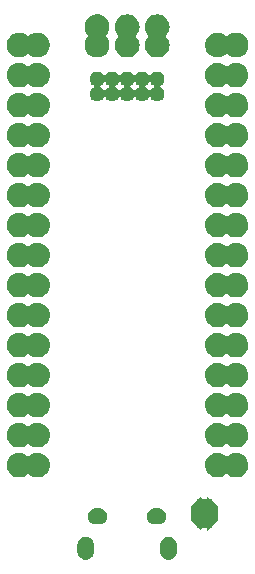
<source format=gbs>
G04 #@! TF.GenerationSoftware,KiCad,Pcbnew,5.0.2-bee76a0~70~ubuntu18.04.1*
G04 #@! TF.CreationDate,2018-12-18T09:47:30-08:00*
G04 #@! TF.ProjectId,Empyrean,456d7079-7265-4616-9e2e-6b696361645f,A*
G04 #@! TF.SameCoordinates,Original*
G04 #@! TF.FileFunction,Soldermask,Bot*
G04 #@! TF.FilePolarity,Negative*
%FSLAX46Y46*%
G04 Gerber Fmt 4.6, Leading zero omitted, Abs format (unit mm)*
G04 Created by KiCad (PCBNEW 5.0.2-bee76a0~70~ubuntu18.04.1) date Tue 18 Dec 2018 09:47:30 AM PST*
%MOMM*%
%LPD*%
G01*
G04 APERTURE LIST*
%ADD10C,0.100000*%
G04 APERTURE END LIST*
D10*
G36*
X137787223Y-143185128D02*
X137919174Y-143225155D01*
X138040780Y-143290155D01*
X138147369Y-143377630D01*
X138234845Y-143484219D01*
X138299845Y-143605825D01*
X138339872Y-143737776D01*
X138350000Y-143840610D01*
X138350000Y-144459390D01*
X138339872Y-144562224D01*
X138299845Y-144694175D01*
X138234845Y-144815781D01*
X138147370Y-144922370D01*
X138040781Y-145009845D01*
X137919175Y-145074845D01*
X137787224Y-145114872D01*
X137650000Y-145128387D01*
X137512777Y-145114872D01*
X137380826Y-145074845D01*
X137259220Y-145009845D01*
X137152631Y-144922370D01*
X137065155Y-144815781D01*
X137000155Y-144694175D01*
X136960128Y-144562224D01*
X136950000Y-144459390D01*
X136950000Y-143840611D01*
X136960128Y-143737777D01*
X137000155Y-143605826D01*
X137065155Y-143484220D01*
X137152630Y-143377631D01*
X137259219Y-143290155D01*
X137380825Y-143225155D01*
X137512776Y-143185128D01*
X137650000Y-143171613D01*
X137787223Y-143185128D01*
X137787223Y-143185128D01*
G37*
G36*
X130787223Y-143185128D02*
X130919174Y-143225155D01*
X131040780Y-143290155D01*
X131147369Y-143377630D01*
X131234845Y-143484219D01*
X131299845Y-143605825D01*
X131339872Y-143737776D01*
X131350000Y-143840610D01*
X131350000Y-144459390D01*
X131339872Y-144562224D01*
X131299845Y-144694175D01*
X131234845Y-144815781D01*
X131147370Y-144922370D01*
X131040781Y-145009845D01*
X130919175Y-145074845D01*
X130787224Y-145114872D01*
X130650000Y-145128387D01*
X130512777Y-145114872D01*
X130380826Y-145074845D01*
X130259220Y-145009845D01*
X130152631Y-144922370D01*
X130065155Y-144815781D01*
X130000155Y-144694175D01*
X129960128Y-144562224D01*
X129950000Y-144459390D01*
X129950000Y-143840611D01*
X129960128Y-143737777D01*
X130000155Y-143605826D01*
X130065155Y-143484220D01*
X130152630Y-143377631D01*
X130259219Y-143290155D01*
X130380825Y-143225155D01*
X130512776Y-143185128D01*
X130650000Y-143171613D01*
X130787223Y-143185128D01*
X130787223Y-143185128D01*
G37*
G36*
X141196231Y-139963388D02*
X141215173Y-139978934D01*
X141236784Y-139990485D01*
X141260233Y-139997598D01*
X141284619Y-140000000D01*
X141370000Y-140000000D01*
X141370000Y-140085381D01*
X141372402Y-140109767D01*
X141379515Y-140133216D01*
X141391066Y-140154827D01*
X141406612Y-140173769D01*
X141850000Y-140617157D01*
X141850000Y-141782843D01*
X141406612Y-142226231D01*
X141391066Y-142245173D01*
X141379515Y-142266784D01*
X141372402Y-142290233D01*
X141370000Y-142314619D01*
X141370000Y-142400000D01*
X141284619Y-142400000D01*
X141260233Y-142402402D01*
X141236784Y-142409515D01*
X141215173Y-142421066D01*
X141196231Y-142436612D01*
X140950000Y-142682843D01*
X140950000Y-142525000D01*
X140947598Y-142500614D01*
X140940485Y-142477165D01*
X140928934Y-142455554D01*
X140913388Y-142436612D01*
X140894446Y-142421066D01*
X140872835Y-142409515D01*
X140849386Y-142402402D01*
X140825000Y-142400000D01*
X140575000Y-142400000D01*
X140550614Y-142402402D01*
X140527165Y-142409515D01*
X140505554Y-142421066D01*
X140486612Y-142436612D01*
X140471066Y-142455554D01*
X140459515Y-142477165D01*
X140452402Y-142500614D01*
X140450000Y-142525000D01*
X140450000Y-142682843D01*
X140203769Y-142436612D01*
X140184827Y-142421066D01*
X140163216Y-142409515D01*
X140139767Y-142402402D01*
X140115381Y-142400000D01*
X140030000Y-142400000D01*
X140030000Y-142314619D01*
X140027598Y-142290233D01*
X140020485Y-142266784D01*
X140008934Y-142245173D01*
X139993388Y-142226231D01*
X139550000Y-141782843D01*
X139550000Y-140617157D01*
X139993388Y-140173769D01*
X140008934Y-140154827D01*
X140020485Y-140133216D01*
X140027598Y-140109767D01*
X140030000Y-140085381D01*
X140030000Y-140000000D01*
X140115381Y-140000000D01*
X140139767Y-139997598D01*
X140163216Y-139990485D01*
X140184827Y-139978934D01*
X140203769Y-139963388D01*
X140450000Y-139717157D01*
X140450000Y-139875000D01*
X140452402Y-139899386D01*
X140459515Y-139922835D01*
X140471066Y-139944446D01*
X140486612Y-139963388D01*
X140505554Y-139978934D01*
X140527165Y-139990485D01*
X140550614Y-139997598D01*
X140575000Y-140000000D01*
X140825000Y-140000000D01*
X140849386Y-139997598D01*
X140872835Y-139990485D01*
X140894446Y-139978934D01*
X140913388Y-139963388D01*
X140928934Y-139944446D01*
X140940485Y-139922835D01*
X140947598Y-139899386D01*
X140950000Y-139875000D01*
X140950000Y-139717157D01*
X141196231Y-139963388D01*
X141196231Y-139963388D01*
G37*
G36*
X136932323Y-140784767D02*
X137059561Y-140823364D01*
X137176824Y-140886042D01*
X137279606Y-140970394D01*
X137363958Y-141073176D01*
X137426636Y-141190439D01*
X137465233Y-141317677D01*
X137478266Y-141450000D01*
X137465233Y-141582323D01*
X137426636Y-141709561D01*
X137363958Y-141826824D01*
X137279606Y-141929606D01*
X137176824Y-142013958D01*
X137059561Y-142076636D01*
X136932323Y-142115233D01*
X136833159Y-142125000D01*
X136466841Y-142125000D01*
X136367677Y-142115233D01*
X136240439Y-142076636D01*
X136123176Y-142013958D01*
X136020394Y-141929606D01*
X135936042Y-141826824D01*
X135873364Y-141709561D01*
X135834767Y-141582323D01*
X135821734Y-141450000D01*
X135834767Y-141317677D01*
X135873364Y-141190439D01*
X135936042Y-141073176D01*
X136020394Y-140970394D01*
X136123176Y-140886042D01*
X136240439Y-140823364D01*
X136367677Y-140784767D01*
X136466841Y-140775000D01*
X136833159Y-140775000D01*
X136932323Y-140784767D01*
X136932323Y-140784767D01*
G37*
G36*
X131932323Y-140784767D02*
X132059561Y-140823364D01*
X132176824Y-140886042D01*
X132279606Y-140970394D01*
X132363958Y-141073176D01*
X132426636Y-141190439D01*
X132465233Y-141317677D01*
X132478266Y-141450000D01*
X132465233Y-141582323D01*
X132426636Y-141709561D01*
X132363958Y-141826824D01*
X132279606Y-141929606D01*
X132176824Y-142013958D01*
X132059561Y-142076636D01*
X131932323Y-142115233D01*
X131833159Y-142125000D01*
X131466841Y-142125000D01*
X131367677Y-142115233D01*
X131240439Y-142076636D01*
X131123176Y-142013958D01*
X131020394Y-141929606D01*
X130936042Y-141826824D01*
X130873364Y-141709561D01*
X130834767Y-141582323D01*
X130821734Y-141450000D01*
X130834767Y-141317677D01*
X130873364Y-141190439D01*
X130936042Y-141073176D01*
X131020394Y-140970394D01*
X131123176Y-140886042D01*
X131240439Y-140823364D01*
X131367677Y-140784767D01*
X131466841Y-140775000D01*
X131833159Y-140775000D01*
X131932323Y-140784767D01*
X131932323Y-140784767D01*
G37*
G36*
X141928707Y-136067597D02*
X142005836Y-136075193D01*
X142137787Y-136115220D01*
X142203763Y-136135233D01*
X142365307Y-136221581D01*
X142386171Y-136232733D01*
X142505705Y-136330832D01*
X142526075Y-136344443D01*
X142548714Y-136353820D01*
X142572747Y-136358601D01*
X142597252Y-136358601D01*
X142621285Y-136353821D01*
X142643924Y-136344443D01*
X142664295Y-136330832D01*
X142783829Y-136232733D01*
X142804693Y-136221581D01*
X142966237Y-136135233D01*
X143032213Y-136115220D01*
X143164164Y-136075193D01*
X143241293Y-136067597D01*
X143318420Y-136060000D01*
X143421580Y-136060000D01*
X143498707Y-136067597D01*
X143575836Y-136075193D01*
X143707787Y-136115220D01*
X143773763Y-136135233D01*
X143956172Y-136232733D01*
X144116054Y-136363946D01*
X144247267Y-136523828D01*
X144344767Y-136706237D01*
X144344767Y-136706238D01*
X144404807Y-136904164D01*
X144425080Y-137110000D01*
X144404807Y-137315836D01*
X144364780Y-137447787D01*
X144344767Y-137513763D01*
X144247267Y-137696172D01*
X144116054Y-137856054D01*
X143956172Y-137987267D01*
X143773763Y-138084767D01*
X143707787Y-138104780D01*
X143575836Y-138144807D01*
X143498707Y-138152403D01*
X143421580Y-138160000D01*
X143318420Y-138160000D01*
X143241293Y-138152403D01*
X143164164Y-138144807D01*
X143032213Y-138104780D01*
X142966237Y-138084767D01*
X142783831Y-137987268D01*
X142783829Y-137987267D01*
X142664295Y-137889168D01*
X142643925Y-137875557D01*
X142621286Y-137866180D01*
X142597253Y-137861399D01*
X142572748Y-137861399D01*
X142548715Y-137866179D01*
X142526076Y-137875557D01*
X142505705Y-137889168D01*
X142386171Y-137987267D01*
X142386169Y-137987268D01*
X142203763Y-138084767D01*
X142137787Y-138104780D01*
X142005836Y-138144807D01*
X141928707Y-138152403D01*
X141851580Y-138160000D01*
X141748420Y-138160000D01*
X141671293Y-138152403D01*
X141594164Y-138144807D01*
X141462213Y-138104780D01*
X141396237Y-138084767D01*
X141213828Y-137987267D01*
X141053946Y-137856054D01*
X140922733Y-137696172D01*
X140825233Y-137513763D01*
X140805220Y-137447787D01*
X140765193Y-137315836D01*
X140744920Y-137110000D01*
X140765193Y-136904164D01*
X140825233Y-136706238D01*
X140825233Y-136706237D01*
X140922733Y-136523828D01*
X141053946Y-136363946D01*
X141213828Y-136232733D01*
X141396237Y-136135233D01*
X141462213Y-136115220D01*
X141594164Y-136075193D01*
X141671293Y-136067597D01*
X141748420Y-136060000D01*
X141851580Y-136060000D01*
X141928707Y-136067597D01*
X141928707Y-136067597D01*
G37*
G36*
X125138707Y-136067597D02*
X125215836Y-136075193D01*
X125347787Y-136115220D01*
X125413763Y-136135233D01*
X125511263Y-136187349D01*
X125596171Y-136232733D01*
X125596173Y-136232734D01*
X125596172Y-136232734D01*
X125700701Y-136318518D01*
X125721075Y-136332132D01*
X125743714Y-136341510D01*
X125767748Y-136346290D01*
X125792252Y-136346290D01*
X125816286Y-136341510D01*
X125838925Y-136332132D01*
X125859299Y-136318518D01*
X125963828Y-136232734D01*
X125963827Y-136232734D01*
X125963829Y-136232733D01*
X126048737Y-136187349D01*
X126146237Y-136135233D01*
X126212213Y-136115220D01*
X126344164Y-136075193D01*
X126421293Y-136067597D01*
X126498420Y-136060000D01*
X126601580Y-136060000D01*
X126678707Y-136067597D01*
X126755836Y-136075193D01*
X126887787Y-136115220D01*
X126953763Y-136135233D01*
X127136172Y-136232733D01*
X127296054Y-136363946D01*
X127427267Y-136523828D01*
X127524767Y-136706237D01*
X127524767Y-136706238D01*
X127584807Y-136904164D01*
X127605080Y-137110000D01*
X127584807Y-137315836D01*
X127544780Y-137447787D01*
X127524767Y-137513763D01*
X127427267Y-137696172D01*
X127296054Y-137856054D01*
X127136172Y-137987267D01*
X126953763Y-138084767D01*
X126887787Y-138104780D01*
X126755836Y-138144807D01*
X126678707Y-138152403D01*
X126601580Y-138160000D01*
X126498420Y-138160000D01*
X126421293Y-138152403D01*
X126344164Y-138144807D01*
X126212213Y-138104780D01*
X126146237Y-138084767D01*
X126048737Y-138032651D01*
X125963829Y-137987267D01*
X125945145Y-137971933D01*
X125859299Y-137901482D01*
X125838925Y-137887868D01*
X125816286Y-137878490D01*
X125792252Y-137873710D01*
X125767748Y-137873710D01*
X125743714Y-137878490D01*
X125721075Y-137887868D01*
X125700701Y-137901482D01*
X125614855Y-137971933D01*
X125596171Y-137987267D01*
X125511263Y-138032651D01*
X125413763Y-138084767D01*
X125347787Y-138104780D01*
X125215836Y-138144807D01*
X125138707Y-138152403D01*
X125061580Y-138160000D01*
X124958420Y-138160000D01*
X124881293Y-138152403D01*
X124804164Y-138144807D01*
X124672213Y-138104780D01*
X124606237Y-138084767D01*
X124423828Y-137987267D01*
X124263946Y-137856054D01*
X124132733Y-137696172D01*
X124035233Y-137513763D01*
X124015220Y-137447787D01*
X123975193Y-137315836D01*
X123954920Y-137110000D01*
X123975193Y-136904164D01*
X124035233Y-136706238D01*
X124035233Y-136706237D01*
X124132733Y-136523828D01*
X124263946Y-136363946D01*
X124423828Y-136232733D01*
X124606237Y-136135233D01*
X124672213Y-136115220D01*
X124804164Y-136075193D01*
X124881293Y-136067597D01*
X124958420Y-136060000D01*
X125061580Y-136060000D01*
X125138707Y-136067597D01*
X125138707Y-136067597D01*
G37*
G36*
X125138707Y-133527596D02*
X125215836Y-133535193D01*
X125347787Y-133575220D01*
X125413763Y-133595233D01*
X125511263Y-133647349D01*
X125596171Y-133692733D01*
X125596173Y-133692734D01*
X125596172Y-133692734D01*
X125700701Y-133778518D01*
X125721075Y-133792132D01*
X125743714Y-133801510D01*
X125767748Y-133806290D01*
X125792252Y-133806290D01*
X125816286Y-133801510D01*
X125838925Y-133792132D01*
X125859299Y-133778518D01*
X125963828Y-133692734D01*
X125963827Y-133692734D01*
X125963829Y-133692733D01*
X126048737Y-133647349D01*
X126146237Y-133595233D01*
X126212213Y-133575220D01*
X126344164Y-133535193D01*
X126421293Y-133527596D01*
X126498420Y-133520000D01*
X126601580Y-133520000D01*
X126678707Y-133527596D01*
X126755836Y-133535193D01*
X126887787Y-133575220D01*
X126953763Y-133595233D01*
X127136172Y-133692733D01*
X127296054Y-133823946D01*
X127427267Y-133983828D01*
X127524767Y-134166237D01*
X127524767Y-134166238D01*
X127584807Y-134364164D01*
X127605080Y-134570000D01*
X127584807Y-134775836D01*
X127544780Y-134907787D01*
X127524767Y-134973763D01*
X127427267Y-135156172D01*
X127296054Y-135316054D01*
X127136172Y-135447267D01*
X126953763Y-135544767D01*
X126887787Y-135564780D01*
X126755836Y-135604807D01*
X126678707Y-135612404D01*
X126601580Y-135620000D01*
X126498420Y-135620000D01*
X126421293Y-135612404D01*
X126344164Y-135604807D01*
X126212213Y-135564780D01*
X126146237Y-135544767D01*
X126048737Y-135492651D01*
X125963829Y-135447267D01*
X125945145Y-135431933D01*
X125859299Y-135361482D01*
X125838925Y-135347868D01*
X125816286Y-135338490D01*
X125792252Y-135333710D01*
X125767748Y-135333710D01*
X125743714Y-135338490D01*
X125721075Y-135347868D01*
X125700701Y-135361482D01*
X125614855Y-135431933D01*
X125596171Y-135447267D01*
X125511263Y-135492651D01*
X125413763Y-135544767D01*
X125347787Y-135564780D01*
X125215836Y-135604807D01*
X125138707Y-135612404D01*
X125061580Y-135620000D01*
X124958420Y-135620000D01*
X124881293Y-135612404D01*
X124804164Y-135604807D01*
X124672213Y-135564780D01*
X124606237Y-135544767D01*
X124423828Y-135447267D01*
X124263946Y-135316054D01*
X124132733Y-135156172D01*
X124035233Y-134973763D01*
X124015220Y-134907787D01*
X123975193Y-134775836D01*
X123954920Y-134570000D01*
X123975193Y-134364164D01*
X124035233Y-134166238D01*
X124035233Y-134166237D01*
X124132733Y-133983828D01*
X124263946Y-133823946D01*
X124423828Y-133692733D01*
X124606237Y-133595233D01*
X124672213Y-133575220D01*
X124804164Y-133535193D01*
X124881293Y-133527596D01*
X124958420Y-133520000D01*
X125061580Y-133520000D01*
X125138707Y-133527596D01*
X125138707Y-133527596D01*
G37*
G36*
X141928707Y-133527596D02*
X142005836Y-133535193D01*
X142137787Y-133575220D01*
X142203763Y-133595233D01*
X142365307Y-133681581D01*
X142386171Y-133692733D01*
X142505705Y-133790832D01*
X142526075Y-133804443D01*
X142548714Y-133813820D01*
X142572747Y-133818601D01*
X142597252Y-133818601D01*
X142621285Y-133813821D01*
X142643924Y-133804443D01*
X142664295Y-133790832D01*
X142783829Y-133692733D01*
X142804693Y-133681581D01*
X142966237Y-133595233D01*
X143032213Y-133575220D01*
X143164164Y-133535193D01*
X143241293Y-133527596D01*
X143318420Y-133520000D01*
X143421580Y-133520000D01*
X143498707Y-133527596D01*
X143575836Y-133535193D01*
X143707787Y-133575220D01*
X143773763Y-133595233D01*
X143956172Y-133692733D01*
X144116054Y-133823946D01*
X144247267Y-133983828D01*
X144344767Y-134166237D01*
X144344767Y-134166238D01*
X144404807Y-134364164D01*
X144425080Y-134570000D01*
X144404807Y-134775836D01*
X144364780Y-134907787D01*
X144344767Y-134973763D01*
X144247267Y-135156172D01*
X144116054Y-135316054D01*
X143956172Y-135447267D01*
X143773763Y-135544767D01*
X143707787Y-135564780D01*
X143575836Y-135604807D01*
X143498707Y-135612404D01*
X143421580Y-135620000D01*
X143318420Y-135620000D01*
X143241293Y-135612404D01*
X143164164Y-135604807D01*
X143032213Y-135564780D01*
X142966237Y-135544767D01*
X142783831Y-135447268D01*
X142783829Y-135447267D01*
X142664295Y-135349168D01*
X142643925Y-135335557D01*
X142621286Y-135326180D01*
X142597253Y-135321399D01*
X142572748Y-135321399D01*
X142548715Y-135326179D01*
X142526076Y-135335557D01*
X142505705Y-135349168D01*
X142386171Y-135447267D01*
X142386169Y-135447268D01*
X142203763Y-135544767D01*
X142137787Y-135564780D01*
X142005836Y-135604807D01*
X141928707Y-135612404D01*
X141851580Y-135620000D01*
X141748420Y-135620000D01*
X141671293Y-135612404D01*
X141594164Y-135604807D01*
X141462213Y-135564780D01*
X141396237Y-135544767D01*
X141213828Y-135447267D01*
X141053946Y-135316054D01*
X140922733Y-135156172D01*
X140825233Y-134973763D01*
X140805220Y-134907787D01*
X140765193Y-134775836D01*
X140744920Y-134570000D01*
X140765193Y-134364164D01*
X140825233Y-134166238D01*
X140825233Y-134166237D01*
X140922733Y-133983828D01*
X141053946Y-133823946D01*
X141213828Y-133692733D01*
X141396237Y-133595233D01*
X141462213Y-133575220D01*
X141594164Y-133535193D01*
X141671293Y-133527596D01*
X141748420Y-133520000D01*
X141851580Y-133520000D01*
X141928707Y-133527596D01*
X141928707Y-133527596D01*
G37*
G36*
X125138707Y-130987596D02*
X125215836Y-130995193D01*
X125347787Y-131035220D01*
X125413763Y-131055233D01*
X125511263Y-131107349D01*
X125596171Y-131152733D01*
X125596173Y-131152734D01*
X125596172Y-131152734D01*
X125700701Y-131238518D01*
X125721075Y-131252132D01*
X125743714Y-131261510D01*
X125767748Y-131266290D01*
X125792252Y-131266290D01*
X125816286Y-131261510D01*
X125838925Y-131252132D01*
X125859299Y-131238518D01*
X125963828Y-131152734D01*
X125963827Y-131152734D01*
X125963829Y-131152733D01*
X126048737Y-131107349D01*
X126146237Y-131055233D01*
X126212213Y-131035220D01*
X126344164Y-130995193D01*
X126421293Y-130987596D01*
X126498420Y-130980000D01*
X126601580Y-130980000D01*
X126678707Y-130987596D01*
X126755836Y-130995193D01*
X126887787Y-131035220D01*
X126953763Y-131055233D01*
X127136172Y-131152733D01*
X127296054Y-131283946D01*
X127427267Y-131443828D01*
X127524767Y-131626237D01*
X127524767Y-131626238D01*
X127584807Y-131824164D01*
X127605080Y-132030000D01*
X127584807Y-132235836D01*
X127544780Y-132367787D01*
X127524767Y-132433763D01*
X127427267Y-132616172D01*
X127296054Y-132776054D01*
X127136172Y-132907267D01*
X126953763Y-133004767D01*
X126887787Y-133024780D01*
X126755836Y-133064807D01*
X126678707Y-133072404D01*
X126601580Y-133080000D01*
X126498420Y-133080000D01*
X126421293Y-133072404D01*
X126344164Y-133064807D01*
X126212213Y-133024780D01*
X126146237Y-133004767D01*
X126048737Y-132952651D01*
X125963829Y-132907267D01*
X125945145Y-132891933D01*
X125859299Y-132821482D01*
X125838925Y-132807868D01*
X125816286Y-132798490D01*
X125792252Y-132793710D01*
X125767748Y-132793710D01*
X125743714Y-132798490D01*
X125721075Y-132807868D01*
X125700701Y-132821482D01*
X125614855Y-132891933D01*
X125596171Y-132907267D01*
X125511263Y-132952651D01*
X125413763Y-133004767D01*
X125347787Y-133024780D01*
X125215836Y-133064807D01*
X125138707Y-133072404D01*
X125061580Y-133080000D01*
X124958420Y-133080000D01*
X124881293Y-133072404D01*
X124804164Y-133064807D01*
X124672213Y-133024780D01*
X124606237Y-133004767D01*
X124423828Y-132907267D01*
X124263946Y-132776054D01*
X124132733Y-132616172D01*
X124035233Y-132433763D01*
X124015220Y-132367787D01*
X123975193Y-132235836D01*
X123954920Y-132030000D01*
X123975193Y-131824164D01*
X124035233Y-131626238D01*
X124035233Y-131626237D01*
X124132733Y-131443828D01*
X124263946Y-131283946D01*
X124423828Y-131152733D01*
X124606237Y-131055233D01*
X124672213Y-131035220D01*
X124804164Y-130995193D01*
X124881293Y-130987596D01*
X124958420Y-130980000D01*
X125061580Y-130980000D01*
X125138707Y-130987596D01*
X125138707Y-130987596D01*
G37*
G36*
X141928707Y-130987596D02*
X142005836Y-130995193D01*
X142137787Y-131035220D01*
X142203763Y-131055233D01*
X142365307Y-131141581D01*
X142386171Y-131152733D01*
X142505705Y-131250832D01*
X142526075Y-131264443D01*
X142548714Y-131273820D01*
X142572747Y-131278601D01*
X142597252Y-131278601D01*
X142621285Y-131273821D01*
X142643924Y-131264443D01*
X142664295Y-131250832D01*
X142783829Y-131152733D01*
X142804693Y-131141581D01*
X142966237Y-131055233D01*
X143032213Y-131035220D01*
X143164164Y-130995193D01*
X143241293Y-130987596D01*
X143318420Y-130980000D01*
X143421580Y-130980000D01*
X143498707Y-130987596D01*
X143575836Y-130995193D01*
X143707787Y-131035220D01*
X143773763Y-131055233D01*
X143956172Y-131152733D01*
X144116054Y-131283946D01*
X144247267Y-131443828D01*
X144344767Y-131626237D01*
X144344767Y-131626238D01*
X144404807Y-131824164D01*
X144425080Y-132030000D01*
X144404807Y-132235836D01*
X144364780Y-132367787D01*
X144344767Y-132433763D01*
X144247267Y-132616172D01*
X144116054Y-132776054D01*
X143956172Y-132907267D01*
X143773763Y-133004767D01*
X143707787Y-133024780D01*
X143575836Y-133064807D01*
X143498707Y-133072404D01*
X143421580Y-133080000D01*
X143318420Y-133080000D01*
X143241293Y-133072404D01*
X143164164Y-133064807D01*
X143032213Y-133024780D01*
X142966237Y-133004767D01*
X142783831Y-132907268D01*
X142783829Y-132907267D01*
X142664295Y-132809168D01*
X142643925Y-132795557D01*
X142621286Y-132786180D01*
X142597253Y-132781399D01*
X142572748Y-132781399D01*
X142548715Y-132786179D01*
X142526076Y-132795557D01*
X142505705Y-132809168D01*
X142386171Y-132907267D01*
X142386169Y-132907268D01*
X142203763Y-133004767D01*
X142137787Y-133024780D01*
X142005836Y-133064807D01*
X141928707Y-133072404D01*
X141851580Y-133080000D01*
X141748420Y-133080000D01*
X141671293Y-133072404D01*
X141594164Y-133064807D01*
X141462213Y-133024780D01*
X141396237Y-133004767D01*
X141213828Y-132907267D01*
X141053946Y-132776054D01*
X140922733Y-132616172D01*
X140825233Y-132433763D01*
X140805220Y-132367787D01*
X140765193Y-132235836D01*
X140744920Y-132030000D01*
X140765193Y-131824164D01*
X140825233Y-131626238D01*
X140825233Y-131626237D01*
X140922733Y-131443828D01*
X141053946Y-131283946D01*
X141213828Y-131152733D01*
X141396237Y-131055233D01*
X141462213Y-131035220D01*
X141594164Y-130995193D01*
X141671293Y-130987596D01*
X141748420Y-130980000D01*
X141851580Y-130980000D01*
X141928707Y-130987596D01*
X141928707Y-130987596D01*
G37*
G36*
X141928707Y-128447596D02*
X142005836Y-128455193D01*
X142137787Y-128495220D01*
X142203763Y-128515233D01*
X142365307Y-128601581D01*
X142386171Y-128612733D01*
X142505705Y-128710832D01*
X142526075Y-128724443D01*
X142548714Y-128733820D01*
X142572747Y-128738601D01*
X142597252Y-128738601D01*
X142621285Y-128733821D01*
X142643924Y-128724443D01*
X142664295Y-128710832D01*
X142783829Y-128612733D01*
X142804693Y-128601581D01*
X142966237Y-128515233D01*
X143032213Y-128495220D01*
X143164164Y-128455193D01*
X143241293Y-128447596D01*
X143318420Y-128440000D01*
X143421580Y-128440000D01*
X143498707Y-128447596D01*
X143575836Y-128455193D01*
X143707787Y-128495220D01*
X143773763Y-128515233D01*
X143956172Y-128612733D01*
X144116054Y-128743946D01*
X144247267Y-128903828D01*
X144344767Y-129086237D01*
X144344767Y-129086238D01*
X144404807Y-129284164D01*
X144425080Y-129490000D01*
X144404807Y-129695836D01*
X144364780Y-129827787D01*
X144344767Y-129893763D01*
X144247267Y-130076172D01*
X144116054Y-130236054D01*
X143956172Y-130367267D01*
X143773763Y-130464767D01*
X143707787Y-130484780D01*
X143575836Y-130524807D01*
X143498707Y-130532403D01*
X143421580Y-130540000D01*
X143318420Y-130540000D01*
X143241293Y-130532403D01*
X143164164Y-130524807D01*
X143032213Y-130484780D01*
X142966237Y-130464767D01*
X142783831Y-130367268D01*
X142783829Y-130367267D01*
X142664295Y-130269168D01*
X142643925Y-130255557D01*
X142621286Y-130246180D01*
X142597253Y-130241399D01*
X142572748Y-130241399D01*
X142548715Y-130246179D01*
X142526076Y-130255557D01*
X142505705Y-130269168D01*
X142386171Y-130367267D01*
X142386169Y-130367268D01*
X142203763Y-130464767D01*
X142137787Y-130484780D01*
X142005836Y-130524807D01*
X141928707Y-130532403D01*
X141851580Y-130540000D01*
X141748420Y-130540000D01*
X141671293Y-130532403D01*
X141594164Y-130524807D01*
X141462213Y-130484780D01*
X141396237Y-130464767D01*
X141213828Y-130367267D01*
X141053946Y-130236054D01*
X140922733Y-130076172D01*
X140825233Y-129893763D01*
X140805220Y-129827787D01*
X140765193Y-129695836D01*
X140744920Y-129490000D01*
X140765193Y-129284164D01*
X140825233Y-129086238D01*
X140825233Y-129086237D01*
X140922733Y-128903828D01*
X141053946Y-128743946D01*
X141213828Y-128612733D01*
X141396237Y-128515233D01*
X141462213Y-128495220D01*
X141594164Y-128455193D01*
X141671293Y-128447596D01*
X141748420Y-128440000D01*
X141851580Y-128440000D01*
X141928707Y-128447596D01*
X141928707Y-128447596D01*
G37*
G36*
X125138707Y-128447596D02*
X125215836Y-128455193D01*
X125347787Y-128495220D01*
X125413763Y-128515233D01*
X125511263Y-128567349D01*
X125596171Y-128612733D01*
X125596173Y-128612734D01*
X125596172Y-128612734D01*
X125700701Y-128698518D01*
X125721075Y-128712132D01*
X125743714Y-128721510D01*
X125767748Y-128726290D01*
X125792252Y-128726290D01*
X125816286Y-128721510D01*
X125838925Y-128712132D01*
X125859299Y-128698518D01*
X125963828Y-128612734D01*
X125963827Y-128612734D01*
X125963829Y-128612733D01*
X126048737Y-128567349D01*
X126146237Y-128515233D01*
X126212213Y-128495220D01*
X126344164Y-128455193D01*
X126421293Y-128447596D01*
X126498420Y-128440000D01*
X126601580Y-128440000D01*
X126678707Y-128447596D01*
X126755836Y-128455193D01*
X126887787Y-128495220D01*
X126953763Y-128515233D01*
X127136172Y-128612733D01*
X127296054Y-128743946D01*
X127427267Y-128903828D01*
X127524767Y-129086237D01*
X127524767Y-129086238D01*
X127584807Y-129284164D01*
X127605080Y-129490000D01*
X127584807Y-129695836D01*
X127544780Y-129827787D01*
X127524767Y-129893763D01*
X127427267Y-130076172D01*
X127296054Y-130236054D01*
X127136172Y-130367267D01*
X126953763Y-130464767D01*
X126887787Y-130484780D01*
X126755836Y-130524807D01*
X126678707Y-130532403D01*
X126601580Y-130540000D01*
X126498420Y-130540000D01*
X126421293Y-130532403D01*
X126344164Y-130524807D01*
X126212213Y-130484780D01*
X126146237Y-130464767D01*
X126048737Y-130412651D01*
X125963829Y-130367267D01*
X125945145Y-130351933D01*
X125859299Y-130281482D01*
X125838925Y-130267868D01*
X125816286Y-130258490D01*
X125792252Y-130253710D01*
X125767748Y-130253710D01*
X125743714Y-130258490D01*
X125721075Y-130267868D01*
X125700701Y-130281482D01*
X125614855Y-130351933D01*
X125596171Y-130367267D01*
X125511263Y-130412651D01*
X125413763Y-130464767D01*
X125347787Y-130484780D01*
X125215836Y-130524807D01*
X125138707Y-130532403D01*
X125061580Y-130540000D01*
X124958420Y-130540000D01*
X124881293Y-130532403D01*
X124804164Y-130524807D01*
X124672213Y-130484780D01*
X124606237Y-130464767D01*
X124423828Y-130367267D01*
X124263946Y-130236054D01*
X124132733Y-130076172D01*
X124035233Y-129893763D01*
X124015220Y-129827787D01*
X123975193Y-129695836D01*
X123954920Y-129490000D01*
X123975193Y-129284164D01*
X124035233Y-129086238D01*
X124035233Y-129086237D01*
X124132733Y-128903828D01*
X124263946Y-128743946D01*
X124423828Y-128612733D01*
X124606237Y-128515233D01*
X124672213Y-128495220D01*
X124804164Y-128455193D01*
X124881293Y-128447596D01*
X124958420Y-128440000D01*
X125061580Y-128440000D01*
X125138707Y-128447596D01*
X125138707Y-128447596D01*
G37*
G36*
X141928707Y-125907597D02*
X142005836Y-125915193D01*
X142137787Y-125955220D01*
X142203763Y-125975233D01*
X142365307Y-126061581D01*
X142386171Y-126072733D01*
X142505705Y-126170832D01*
X142526075Y-126184443D01*
X142548714Y-126193820D01*
X142572747Y-126198601D01*
X142597252Y-126198601D01*
X142621285Y-126193821D01*
X142643924Y-126184443D01*
X142664295Y-126170832D01*
X142783829Y-126072733D01*
X142804693Y-126061581D01*
X142966237Y-125975233D01*
X143032213Y-125955220D01*
X143164164Y-125915193D01*
X143241293Y-125907597D01*
X143318420Y-125900000D01*
X143421580Y-125900000D01*
X143498707Y-125907597D01*
X143575836Y-125915193D01*
X143707787Y-125955220D01*
X143773763Y-125975233D01*
X143956172Y-126072733D01*
X144116054Y-126203946D01*
X144247267Y-126363828D01*
X144344767Y-126546237D01*
X144344767Y-126546238D01*
X144404807Y-126744164D01*
X144425080Y-126950000D01*
X144404807Y-127155836D01*
X144364780Y-127287787D01*
X144344767Y-127353763D01*
X144247267Y-127536172D01*
X144116054Y-127696054D01*
X143956172Y-127827267D01*
X143773763Y-127924767D01*
X143707787Y-127944780D01*
X143575836Y-127984807D01*
X143498707Y-127992404D01*
X143421580Y-128000000D01*
X143318420Y-128000000D01*
X143241293Y-127992404D01*
X143164164Y-127984807D01*
X143032213Y-127944780D01*
X142966237Y-127924767D01*
X142783831Y-127827268D01*
X142783829Y-127827267D01*
X142664295Y-127729168D01*
X142643925Y-127715557D01*
X142621286Y-127706180D01*
X142597253Y-127701399D01*
X142572748Y-127701399D01*
X142548715Y-127706179D01*
X142526076Y-127715557D01*
X142505705Y-127729168D01*
X142386171Y-127827267D01*
X142386169Y-127827268D01*
X142203763Y-127924767D01*
X142137787Y-127944780D01*
X142005836Y-127984807D01*
X141928707Y-127992404D01*
X141851580Y-128000000D01*
X141748420Y-128000000D01*
X141671293Y-127992404D01*
X141594164Y-127984807D01*
X141462213Y-127944780D01*
X141396237Y-127924767D01*
X141213828Y-127827267D01*
X141053946Y-127696054D01*
X140922733Y-127536172D01*
X140825233Y-127353763D01*
X140805220Y-127287787D01*
X140765193Y-127155836D01*
X140744920Y-126950000D01*
X140765193Y-126744164D01*
X140825233Y-126546238D01*
X140825233Y-126546237D01*
X140922733Y-126363828D01*
X141053946Y-126203946D01*
X141213828Y-126072733D01*
X141396237Y-125975233D01*
X141462213Y-125955220D01*
X141594164Y-125915193D01*
X141671293Y-125907597D01*
X141748420Y-125900000D01*
X141851580Y-125900000D01*
X141928707Y-125907597D01*
X141928707Y-125907597D01*
G37*
G36*
X125138707Y-125907597D02*
X125215836Y-125915193D01*
X125347787Y-125955220D01*
X125413763Y-125975233D01*
X125511263Y-126027349D01*
X125596171Y-126072733D01*
X125596173Y-126072734D01*
X125596172Y-126072734D01*
X125700701Y-126158518D01*
X125721075Y-126172132D01*
X125743714Y-126181510D01*
X125767748Y-126186290D01*
X125792252Y-126186290D01*
X125816286Y-126181510D01*
X125838925Y-126172132D01*
X125859299Y-126158518D01*
X125963828Y-126072734D01*
X125963827Y-126072734D01*
X125963829Y-126072733D01*
X126048737Y-126027349D01*
X126146237Y-125975233D01*
X126212213Y-125955220D01*
X126344164Y-125915193D01*
X126421293Y-125907597D01*
X126498420Y-125900000D01*
X126601580Y-125900000D01*
X126678707Y-125907597D01*
X126755836Y-125915193D01*
X126887787Y-125955220D01*
X126953763Y-125975233D01*
X127136172Y-126072733D01*
X127296054Y-126203946D01*
X127427267Y-126363828D01*
X127524767Y-126546237D01*
X127524767Y-126546238D01*
X127584807Y-126744164D01*
X127605080Y-126950000D01*
X127584807Y-127155836D01*
X127544780Y-127287787D01*
X127524767Y-127353763D01*
X127427267Y-127536172D01*
X127296054Y-127696054D01*
X127136172Y-127827267D01*
X126953763Y-127924767D01*
X126887787Y-127944780D01*
X126755836Y-127984807D01*
X126678707Y-127992404D01*
X126601580Y-128000000D01*
X126498420Y-128000000D01*
X126421293Y-127992404D01*
X126344164Y-127984807D01*
X126212213Y-127944780D01*
X126146237Y-127924767D01*
X126048737Y-127872651D01*
X125963829Y-127827267D01*
X125945145Y-127811933D01*
X125859299Y-127741482D01*
X125838925Y-127727868D01*
X125816286Y-127718490D01*
X125792252Y-127713710D01*
X125767748Y-127713710D01*
X125743714Y-127718490D01*
X125721075Y-127727868D01*
X125700701Y-127741482D01*
X125614855Y-127811933D01*
X125596171Y-127827267D01*
X125511263Y-127872651D01*
X125413763Y-127924767D01*
X125347787Y-127944780D01*
X125215836Y-127984807D01*
X125138707Y-127992404D01*
X125061580Y-128000000D01*
X124958420Y-128000000D01*
X124881293Y-127992404D01*
X124804164Y-127984807D01*
X124672213Y-127944780D01*
X124606237Y-127924767D01*
X124423828Y-127827267D01*
X124263946Y-127696054D01*
X124132733Y-127536172D01*
X124035233Y-127353763D01*
X124015220Y-127287787D01*
X123975193Y-127155836D01*
X123954920Y-126950000D01*
X123975193Y-126744164D01*
X124035233Y-126546238D01*
X124035233Y-126546237D01*
X124132733Y-126363828D01*
X124263946Y-126203946D01*
X124423828Y-126072733D01*
X124606237Y-125975233D01*
X124672213Y-125955220D01*
X124804164Y-125915193D01*
X124881293Y-125907597D01*
X124958420Y-125900000D01*
X125061580Y-125900000D01*
X125138707Y-125907597D01*
X125138707Y-125907597D01*
G37*
G36*
X125138707Y-123367596D02*
X125215836Y-123375193D01*
X125347787Y-123415220D01*
X125413763Y-123435233D01*
X125511263Y-123487349D01*
X125596171Y-123532733D01*
X125596173Y-123532734D01*
X125596172Y-123532734D01*
X125700701Y-123618518D01*
X125721075Y-123632132D01*
X125743714Y-123641510D01*
X125767748Y-123646290D01*
X125792252Y-123646290D01*
X125816286Y-123641510D01*
X125838925Y-123632132D01*
X125859299Y-123618518D01*
X125963828Y-123532734D01*
X125963827Y-123532734D01*
X125963829Y-123532733D01*
X126048737Y-123487349D01*
X126146237Y-123435233D01*
X126212213Y-123415220D01*
X126344164Y-123375193D01*
X126421293Y-123367596D01*
X126498420Y-123360000D01*
X126601580Y-123360000D01*
X126678707Y-123367596D01*
X126755836Y-123375193D01*
X126887787Y-123415220D01*
X126953763Y-123435233D01*
X127136172Y-123532733D01*
X127296054Y-123663946D01*
X127427267Y-123823828D01*
X127524767Y-124006237D01*
X127524767Y-124006238D01*
X127584807Y-124204164D01*
X127605080Y-124410000D01*
X127584807Y-124615836D01*
X127544780Y-124747787D01*
X127524767Y-124813763D01*
X127427267Y-124996172D01*
X127296054Y-125156054D01*
X127136172Y-125287267D01*
X126953763Y-125384767D01*
X126887787Y-125404780D01*
X126755836Y-125444807D01*
X126678707Y-125452404D01*
X126601580Y-125460000D01*
X126498420Y-125460000D01*
X126421293Y-125452404D01*
X126344164Y-125444807D01*
X126212213Y-125404780D01*
X126146237Y-125384767D01*
X126048737Y-125332651D01*
X125963829Y-125287267D01*
X125945145Y-125271933D01*
X125859299Y-125201482D01*
X125838925Y-125187868D01*
X125816286Y-125178490D01*
X125792252Y-125173710D01*
X125767748Y-125173710D01*
X125743714Y-125178490D01*
X125721075Y-125187868D01*
X125700701Y-125201482D01*
X125614855Y-125271933D01*
X125596171Y-125287267D01*
X125511263Y-125332651D01*
X125413763Y-125384767D01*
X125347787Y-125404780D01*
X125215836Y-125444807D01*
X125138707Y-125452404D01*
X125061580Y-125460000D01*
X124958420Y-125460000D01*
X124881293Y-125452404D01*
X124804164Y-125444807D01*
X124672213Y-125404780D01*
X124606237Y-125384767D01*
X124423828Y-125287267D01*
X124263946Y-125156054D01*
X124132733Y-124996172D01*
X124035233Y-124813763D01*
X124015220Y-124747787D01*
X123975193Y-124615836D01*
X123954920Y-124410000D01*
X123975193Y-124204164D01*
X124035233Y-124006238D01*
X124035233Y-124006237D01*
X124132733Y-123823828D01*
X124263946Y-123663946D01*
X124423828Y-123532733D01*
X124606237Y-123435233D01*
X124672213Y-123415220D01*
X124804164Y-123375193D01*
X124881293Y-123367596D01*
X124958420Y-123360000D01*
X125061580Y-123360000D01*
X125138707Y-123367596D01*
X125138707Y-123367596D01*
G37*
G36*
X141928707Y-123367596D02*
X142005836Y-123375193D01*
X142137787Y-123415220D01*
X142203763Y-123435233D01*
X142365307Y-123521581D01*
X142386171Y-123532733D01*
X142505705Y-123630832D01*
X142526075Y-123644443D01*
X142548714Y-123653820D01*
X142572747Y-123658601D01*
X142597252Y-123658601D01*
X142621285Y-123653821D01*
X142643924Y-123644443D01*
X142664295Y-123630832D01*
X142783829Y-123532733D01*
X142804693Y-123521581D01*
X142966237Y-123435233D01*
X143032213Y-123415220D01*
X143164164Y-123375193D01*
X143241293Y-123367596D01*
X143318420Y-123360000D01*
X143421580Y-123360000D01*
X143498707Y-123367596D01*
X143575836Y-123375193D01*
X143707787Y-123415220D01*
X143773763Y-123435233D01*
X143956172Y-123532733D01*
X144116054Y-123663946D01*
X144247267Y-123823828D01*
X144344767Y-124006237D01*
X144344767Y-124006238D01*
X144404807Y-124204164D01*
X144425080Y-124410000D01*
X144404807Y-124615836D01*
X144364780Y-124747787D01*
X144344767Y-124813763D01*
X144247267Y-124996172D01*
X144116054Y-125156054D01*
X143956172Y-125287267D01*
X143773763Y-125384767D01*
X143707787Y-125404780D01*
X143575836Y-125444807D01*
X143498707Y-125452404D01*
X143421580Y-125460000D01*
X143318420Y-125460000D01*
X143241293Y-125452404D01*
X143164164Y-125444807D01*
X143032213Y-125404780D01*
X142966237Y-125384767D01*
X142783831Y-125287268D01*
X142783829Y-125287267D01*
X142664295Y-125189168D01*
X142643925Y-125175557D01*
X142621286Y-125166180D01*
X142597253Y-125161399D01*
X142572748Y-125161399D01*
X142548715Y-125166179D01*
X142526076Y-125175557D01*
X142505705Y-125189168D01*
X142386171Y-125287267D01*
X142386169Y-125287268D01*
X142203763Y-125384767D01*
X142137787Y-125404780D01*
X142005836Y-125444807D01*
X141928707Y-125452404D01*
X141851580Y-125460000D01*
X141748420Y-125460000D01*
X141671293Y-125452404D01*
X141594164Y-125444807D01*
X141462213Y-125404780D01*
X141396237Y-125384767D01*
X141213828Y-125287267D01*
X141053946Y-125156054D01*
X140922733Y-124996172D01*
X140825233Y-124813763D01*
X140805220Y-124747787D01*
X140765193Y-124615836D01*
X140744920Y-124410000D01*
X140765193Y-124204164D01*
X140825233Y-124006238D01*
X140825233Y-124006237D01*
X140922733Y-123823828D01*
X141053946Y-123663946D01*
X141213828Y-123532733D01*
X141396237Y-123435233D01*
X141462213Y-123415220D01*
X141594164Y-123375193D01*
X141671293Y-123367596D01*
X141748420Y-123360000D01*
X141851580Y-123360000D01*
X141928707Y-123367596D01*
X141928707Y-123367596D01*
G37*
G36*
X125138707Y-120827596D02*
X125215836Y-120835193D01*
X125347787Y-120875220D01*
X125413763Y-120895233D01*
X125511263Y-120947349D01*
X125596171Y-120992733D01*
X125596173Y-120992734D01*
X125596172Y-120992734D01*
X125700701Y-121078518D01*
X125721075Y-121092132D01*
X125743714Y-121101510D01*
X125767748Y-121106290D01*
X125792252Y-121106290D01*
X125816286Y-121101510D01*
X125838925Y-121092132D01*
X125859299Y-121078518D01*
X125963828Y-120992734D01*
X125963827Y-120992734D01*
X125963829Y-120992733D01*
X126048737Y-120947349D01*
X126146237Y-120895233D01*
X126212213Y-120875220D01*
X126344164Y-120835193D01*
X126421293Y-120827596D01*
X126498420Y-120820000D01*
X126601580Y-120820000D01*
X126678707Y-120827596D01*
X126755836Y-120835193D01*
X126887787Y-120875220D01*
X126953763Y-120895233D01*
X127136172Y-120992733D01*
X127296054Y-121123946D01*
X127427267Y-121283828D01*
X127524767Y-121466237D01*
X127524767Y-121466238D01*
X127584807Y-121664164D01*
X127605080Y-121870000D01*
X127584807Y-122075836D01*
X127544780Y-122207787D01*
X127524767Y-122273763D01*
X127427267Y-122456172D01*
X127296054Y-122616054D01*
X127136172Y-122747267D01*
X126953763Y-122844767D01*
X126887787Y-122864780D01*
X126755836Y-122904807D01*
X126678707Y-122912404D01*
X126601580Y-122920000D01*
X126498420Y-122920000D01*
X126421293Y-122912404D01*
X126344164Y-122904807D01*
X126212213Y-122864780D01*
X126146237Y-122844767D01*
X126048737Y-122792651D01*
X125963829Y-122747267D01*
X125945145Y-122731933D01*
X125859299Y-122661482D01*
X125838925Y-122647868D01*
X125816286Y-122638490D01*
X125792252Y-122633710D01*
X125767748Y-122633710D01*
X125743714Y-122638490D01*
X125721075Y-122647868D01*
X125700701Y-122661482D01*
X125614855Y-122731933D01*
X125596171Y-122747267D01*
X125511263Y-122792651D01*
X125413763Y-122844767D01*
X125347787Y-122864780D01*
X125215836Y-122904807D01*
X125138707Y-122912404D01*
X125061580Y-122920000D01*
X124958420Y-122920000D01*
X124881293Y-122912404D01*
X124804164Y-122904807D01*
X124672213Y-122864780D01*
X124606237Y-122844767D01*
X124423828Y-122747267D01*
X124263946Y-122616054D01*
X124132733Y-122456172D01*
X124035233Y-122273763D01*
X124015220Y-122207787D01*
X123975193Y-122075836D01*
X123954920Y-121870000D01*
X123975193Y-121664164D01*
X124035233Y-121466238D01*
X124035233Y-121466237D01*
X124132733Y-121283828D01*
X124263946Y-121123946D01*
X124423828Y-120992733D01*
X124606237Y-120895233D01*
X124672213Y-120875220D01*
X124804164Y-120835193D01*
X124881293Y-120827596D01*
X124958420Y-120820000D01*
X125061580Y-120820000D01*
X125138707Y-120827596D01*
X125138707Y-120827596D01*
G37*
G36*
X141928707Y-120827596D02*
X142005836Y-120835193D01*
X142137787Y-120875220D01*
X142203763Y-120895233D01*
X142365307Y-120981581D01*
X142386171Y-120992733D01*
X142505705Y-121090832D01*
X142526075Y-121104443D01*
X142548714Y-121113820D01*
X142572747Y-121118601D01*
X142597252Y-121118601D01*
X142621285Y-121113821D01*
X142643924Y-121104443D01*
X142664295Y-121090832D01*
X142783829Y-120992733D01*
X142804693Y-120981581D01*
X142966237Y-120895233D01*
X143032213Y-120875220D01*
X143164164Y-120835193D01*
X143241293Y-120827596D01*
X143318420Y-120820000D01*
X143421580Y-120820000D01*
X143498707Y-120827596D01*
X143575836Y-120835193D01*
X143707787Y-120875220D01*
X143773763Y-120895233D01*
X143956172Y-120992733D01*
X144116054Y-121123946D01*
X144247267Y-121283828D01*
X144344767Y-121466237D01*
X144344767Y-121466238D01*
X144404807Y-121664164D01*
X144425080Y-121870000D01*
X144404807Y-122075836D01*
X144364780Y-122207787D01*
X144344767Y-122273763D01*
X144247267Y-122456172D01*
X144116054Y-122616054D01*
X143956172Y-122747267D01*
X143773763Y-122844767D01*
X143707787Y-122864780D01*
X143575836Y-122904807D01*
X143498707Y-122912404D01*
X143421580Y-122920000D01*
X143318420Y-122920000D01*
X143241293Y-122912404D01*
X143164164Y-122904807D01*
X143032213Y-122864780D01*
X142966237Y-122844767D01*
X142783831Y-122747268D01*
X142783829Y-122747267D01*
X142664295Y-122649168D01*
X142643925Y-122635557D01*
X142621286Y-122626180D01*
X142597253Y-122621399D01*
X142572748Y-122621399D01*
X142548715Y-122626179D01*
X142526076Y-122635557D01*
X142505705Y-122649168D01*
X142386171Y-122747267D01*
X142386169Y-122747268D01*
X142203763Y-122844767D01*
X142137787Y-122864780D01*
X142005836Y-122904807D01*
X141928707Y-122912404D01*
X141851580Y-122920000D01*
X141748420Y-122920000D01*
X141671293Y-122912404D01*
X141594164Y-122904807D01*
X141462213Y-122864780D01*
X141396237Y-122844767D01*
X141213828Y-122747267D01*
X141053946Y-122616054D01*
X140922733Y-122456172D01*
X140825233Y-122273763D01*
X140805220Y-122207787D01*
X140765193Y-122075836D01*
X140744920Y-121870000D01*
X140765193Y-121664164D01*
X140825233Y-121466238D01*
X140825233Y-121466237D01*
X140922733Y-121283828D01*
X141053946Y-121123946D01*
X141213828Y-120992733D01*
X141396237Y-120895233D01*
X141462213Y-120875220D01*
X141594164Y-120835193D01*
X141671293Y-120827596D01*
X141748420Y-120820000D01*
X141851580Y-120820000D01*
X141928707Y-120827596D01*
X141928707Y-120827596D01*
G37*
G36*
X141928707Y-118287596D02*
X142005836Y-118295193D01*
X142137787Y-118335220D01*
X142203763Y-118355233D01*
X142365307Y-118441581D01*
X142386171Y-118452733D01*
X142505705Y-118550832D01*
X142526075Y-118564443D01*
X142548714Y-118573820D01*
X142572747Y-118578601D01*
X142597252Y-118578601D01*
X142621285Y-118573821D01*
X142643924Y-118564443D01*
X142664295Y-118550832D01*
X142783829Y-118452733D01*
X142804693Y-118441581D01*
X142966237Y-118355233D01*
X143032213Y-118335220D01*
X143164164Y-118295193D01*
X143241293Y-118287596D01*
X143318420Y-118280000D01*
X143421580Y-118280000D01*
X143498707Y-118287596D01*
X143575836Y-118295193D01*
X143707787Y-118335220D01*
X143773763Y-118355233D01*
X143956172Y-118452733D01*
X144116054Y-118583946D01*
X144247267Y-118743828D01*
X144344767Y-118926237D01*
X144344767Y-118926238D01*
X144404807Y-119124164D01*
X144425080Y-119330000D01*
X144404807Y-119535836D01*
X144364780Y-119667787D01*
X144344767Y-119733763D01*
X144247267Y-119916172D01*
X144116054Y-120076054D01*
X143956172Y-120207267D01*
X143773763Y-120304767D01*
X143707787Y-120324780D01*
X143575836Y-120364807D01*
X143498707Y-120372403D01*
X143421580Y-120380000D01*
X143318420Y-120380000D01*
X143241293Y-120372403D01*
X143164164Y-120364807D01*
X143032213Y-120324780D01*
X142966237Y-120304767D01*
X142783831Y-120207268D01*
X142783829Y-120207267D01*
X142664295Y-120109168D01*
X142643925Y-120095557D01*
X142621286Y-120086180D01*
X142597253Y-120081399D01*
X142572748Y-120081399D01*
X142548715Y-120086179D01*
X142526076Y-120095557D01*
X142505705Y-120109168D01*
X142386171Y-120207267D01*
X142386169Y-120207268D01*
X142203763Y-120304767D01*
X142137787Y-120324780D01*
X142005836Y-120364807D01*
X141928707Y-120372403D01*
X141851580Y-120380000D01*
X141748420Y-120380000D01*
X141671293Y-120372403D01*
X141594164Y-120364807D01*
X141462213Y-120324780D01*
X141396237Y-120304767D01*
X141213828Y-120207267D01*
X141053946Y-120076054D01*
X140922733Y-119916172D01*
X140825233Y-119733763D01*
X140805220Y-119667787D01*
X140765193Y-119535836D01*
X140744920Y-119330000D01*
X140765193Y-119124164D01*
X140825233Y-118926238D01*
X140825233Y-118926237D01*
X140922733Y-118743828D01*
X141053946Y-118583946D01*
X141213828Y-118452733D01*
X141396237Y-118355233D01*
X141462213Y-118335220D01*
X141594164Y-118295193D01*
X141671293Y-118287596D01*
X141748420Y-118280000D01*
X141851580Y-118280000D01*
X141928707Y-118287596D01*
X141928707Y-118287596D01*
G37*
G36*
X125138707Y-118287596D02*
X125215836Y-118295193D01*
X125347787Y-118335220D01*
X125413763Y-118355233D01*
X125511263Y-118407349D01*
X125596171Y-118452733D01*
X125596173Y-118452734D01*
X125596172Y-118452734D01*
X125700701Y-118538518D01*
X125721075Y-118552132D01*
X125743714Y-118561510D01*
X125767748Y-118566290D01*
X125792252Y-118566290D01*
X125816286Y-118561510D01*
X125838925Y-118552132D01*
X125859299Y-118538518D01*
X125963828Y-118452734D01*
X125963827Y-118452734D01*
X125963829Y-118452733D01*
X126048737Y-118407349D01*
X126146237Y-118355233D01*
X126212213Y-118335220D01*
X126344164Y-118295193D01*
X126421293Y-118287596D01*
X126498420Y-118280000D01*
X126601580Y-118280000D01*
X126678707Y-118287596D01*
X126755836Y-118295193D01*
X126887787Y-118335220D01*
X126953763Y-118355233D01*
X127136172Y-118452733D01*
X127296054Y-118583946D01*
X127427267Y-118743828D01*
X127524767Y-118926237D01*
X127524767Y-118926238D01*
X127584807Y-119124164D01*
X127605080Y-119330000D01*
X127584807Y-119535836D01*
X127544780Y-119667787D01*
X127524767Y-119733763D01*
X127427267Y-119916172D01*
X127296054Y-120076054D01*
X127136172Y-120207267D01*
X126953763Y-120304767D01*
X126887787Y-120324780D01*
X126755836Y-120364807D01*
X126678707Y-120372403D01*
X126601580Y-120380000D01*
X126498420Y-120380000D01*
X126421293Y-120372403D01*
X126344164Y-120364807D01*
X126212213Y-120324780D01*
X126146237Y-120304767D01*
X126048737Y-120252651D01*
X125963829Y-120207267D01*
X125945145Y-120191933D01*
X125859299Y-120121482D01*
X125838925Y-120107868D01*
X125816286Y-120098490D01*
X125792252Y-120093710D01*
X125767748Y-120093710D01*
X125743714Y-120098490D01*
X125721075Y-120107868D01*
X125700701Y-120121482D01*
X125614855Y-120191933D01*
X125596171Y-120207267D01*
X125511263Y-120252651D01*
X125413763Y-120304767D01*
X125347787Y-120324780D01*
X125215836Y-120364807D01*
X125138707Y-120372403D01*
X125061580Y-120380000D01*
X124958420Y-120380000D01*
X124881293Y-120372403D01*
X124804164Y-120364807D01*
X124672213Y-120324780D01*
X124606237Y-120304767D01*
X124423828Y-120207267D01*
X124263946Y-120076054D01*
X124132733Y-119916172D01*
X124035233Y-119733763D01*
X124015220Y-119667787D01*
X123975193Y-119535836D01*
X123954920Y-119330000D01*
X123975193Y-119124164D01*
X124035233Y-118926238D01*
X124035233Y-118926237D01*
X124132733Y-118743828D01*
X124263946Y-118583946D01*
X124423828Y-118452733D01*
X124606237Y-118355233D01*
X124672213Y-118335220D01*
X124804164Y-118295193D01*
X124881293Y-118287596D01*
X124958420Y-118280000D01*
X125061580Y-118280000D01*
X125138707Y-118287596D01*
X125138707Y-118287596D01*
G37*
G36*
X125138707Y-115747597D02*
X125215836Y-115755193D01*
X125347787Y-115795220D01*
X125413763Y-115815233D01*
X125511263Y-115867349D01*
X125596171Y-115912733D01*
X125596173Y-115912734D01*
X125596172Y-115912734D01*
X125700701Y-115998518D01*
X125721075Y-116012132D01*
X125743714Y-116021510D01*
X125767748Y-116026290D01*
X125792252Y-116026290D01*
X125816286Y-116021510D01*
X125838925Y-116012132D01*
X125859299Y-115998518D01*
X125963828Y-115912734D01*
X125963827Y-115912734D01*
X125963829Y-115912733D01*
X126048737Y-115867349D01*
X126146237Y-115815233D01*
X126212213Y-115795220D01*
X126344164Y-115755193D01*
X126421293Y-115747597D01*
X126498420Y-115740000D01*
X126601580Y-115740000D01*
X126678707Y-115747597D01*
X126755836Y-115755193D01*
X126887787Y-115795220D01*
X126953763Y-115815233D01*
X127136172Y-115912733D01*
X127296054Y-116043946D01*
X127427267Y-116203828D01*
X127524767Y-116386237D01*
X127524767Y-116386238D01*
X127584807Y-116584164D01*
X127605080Y-116790000D01*
X127584807Y-116995836D01*
X127544780Y-117127787D01*
X127524767Y-117193763D01*
X127427267Y-117376172D01*
X127296054Y-117536054D01*
X127136172Y-117667267D01*
X126953763Y-117764767D01*
X126887787Y-117784780D01*
X126755836Y-117824807D01*
X126678707Y-117832404D01*
X126601580Y-117840000D01*
X126498420Y-117840000D01*
X126421293Y-117832404D01*
X126344164Y-117824807D01*
X126212213Y-117784780D01*
X126146237Y-117764767D01*
X126048737Y-117712651D01*
X125963829Y-117667267D01*
X125945145Y-117651933D01*
X125859299Y-117581482D01*
X125838925Y-117567868D01*
X125816286Y-117558490D01*
X125792252Y-117553710D01*
X125767748Y-117553710D01*
X125743714Y-117558490D01*
X125721075Y-117567868D01*
X125700701Y-117581482D01*
X125614855Y-117651933D01*
X125596171Y-117667267D01*
X125511263Y-117712651D01*
X125413763Y-117764767D01*
X125347787Y-117784780D01*
X125215836Y-117824807D01*
X125138707Y-117832404D01*
X125061580Y-117840000D01*
X124958420Y-117840000D01*
X124881293Y-117832404D01*
X124804164Y-117824807D01*
X124672213Y-117784780D01*
X124606237Y-117764767D01*
X124423828Y-117667267D01*
X124263946Y-117536054D01*
X124132733Y-117376172D01*
X124035233Y-117193763D01*
X124015220Y-117127787D01*
X123975193Y-116995836D01*
X123954920Y-116790000D01*
X123975193Y-116584164D01*
X124035233Y-116386238D01*
X124035233Y-116386237D01*
X124132733Y-116203828D01*
X124263946Y-116043946D01*
X124423828Y-115912733D01*
X124606237Y-115815233D01*
X124672213Y-115795220D01*
X124804164Y-115755193D01*
X124881293Y-115747597D01*
X124958420Y-115740000D01*
X125061580Y-115740000D01*
X125138707Y-115747597D01*
X125138707Y-115747597D01*
G37*
G36*
X141928707Y-115747597D02*
X142005836Y-115755193D01*
X142137787Y-115795220D01*
X142203763Y-115815233D01*
X142365307Y-115901581D01*
X142386171Y-115912733D01*
X142505705Y-116010832D01*
X142526075Y-116024443D01*
X142548714Y-116033820D01*
X142572747Y-116038601D01*
X142597252Y-116038601D01*
X142621285Y-116033821D01*
X142643924Y-116024443D01*
X142664295Y-116010832D01*
X142783829Y-115912733D01*
X142804693Y-115901581D01*
X142966237Y-115815233D01*
X143032213Y-115795220D01*
X143164164Y-115755193D01*
X143241293Y-115747597D01*
X143318420Y-115740000D01*
X143421580Y-115740000D01*
X143498707Y-115747597D01*
X143575836Y-115755193D01*
X143707787Y-115795220D01*
X143773763Y-115815233D01*
X143956172Y-115912733D01*
X144116054Y-116043946D01*
X144247267Y-116203828D01*
X144344767Y-116386237D01*
X144344767Y-116386238D01*
X144404807Y-116584164D01*
X144425080Y-116790000D01*
X144404807Y-116995836D01*
X144364780Y-117127787D01*
X144344767Y-117193763D01*
X144247267Y-117376172D01*
X144116054Y-117536054D01*
X143956172Y-117667267D01*
X143773763Y-117764767D01*
X143707787Y-117784780D01*
X143575836Y-117824807D01*
X143498707Y-117832404D01*
X143421580Y-117840000D01*
X143318420Y-117840000D01*
X143241293Y-117832404D01*
X143164164Y-117824807D01*
X143032213Y-117784780D01*
X142966237Y-117764767D01*
X142783831Y-117667268D01*
X142783829Y-117667267D01*
X142664295Y-117569168D01*
X142643925Y-117555557D01*
X142621286Y-117546180D01*
X142597253Y-117541399D01*
X142572748Y-117541399D01*
X142548715Y-117546179D01*
X142526076Y-117555557D01*
X142505705Y-117569168D01*
X142386171Y-117667267D01*
X142386169Y-117667268D01*
X142203763Y-117764767D01*
X142137787Y-117784780D01*
X142005836Y-117824807D01*
X141928707Y-117832404D01*
X141851580Y-117840000D01*
X141748420Y-117840000D01*
X141671293Y-117832404D01*
X141594164Y-117824807D01*
X141462213Y-117784780D01*
X141396237Y-117764767D01*
X141213828Y-117667267D01*
X141053946Y-117536054D01*
X140922733Y-117376172D01*
X140825233Y-117193763D01*
X140805220Y-117127787D01*
X140765193Y-116995836D01*
X140744920Y-116790000D01*
X140765193Y-116584164D01*
X140825233Y-116386238D01*
X140825233Y-116386237D01*
X140922733Y-116203828D01*
X141053946Y-116043946D01*
X141213828Y-115912733D01*
X141396237Y-115815233D01*
X141462213Y-115795220D01*
X141594164Y-115755193D01*
X141671293Y-115747597D01*
X141748420Y-115740000D01*
X141851580Y-115740000D01*
X141928707Y-115747597D01*
X141928707Y-115747597D01*
G37*
G36*
X125138707Y-113207596D02*
X125215836Y-113215193D01*
X125347787Y-113255220D01*
X125413763Y-113275233D01*
X125511263Y-113327349D01*
X125596171Y-113372733D01*
X125596173Y-113372734D01*
X125596172Y-113372734D01*
X125700701Y-113458518D01*
X125721075Y-113472132D01*
X125743714Y-113481510D01*
X125767748Y-113486290D01*
X125792252Y-113486290D01*
X125816286Y-113481510D01*
X125838925Y-113472132D01*
X125859299Y-113458518D01*
X125963828Y-113372734D01*
X125963827Y-113372734D01*
X125963829Y-113372733D01*
X126048737Y-113327349D01*
X126146237Y-113275233D01*
X126212213Y-113255220D01*
X126344164Y-113215193D01*
X126421293Y-113207596D01*
X126498420Y-113200000D01*
X126601580Y-113200000D01*
X126678707Y-113207596D01*
X126755836Y-113215193D01*
X126887787Y-113255220D01*
X126953763Y-113275233D01*
X127136172Y-113372733D01*
X127296054Y-113503946D01*
X127427267Y-113663828D01*
X127524767Y-113846237D01*
X127524767Y-113846238D01*
X127584807Y-114044164D01*
X127605080Y-114250000D01*
X127584807Y-114455836D01*
X127544780Y-114587787D01*
X127524767Y-114653763D01*
X127427267Y-114836172D01*
X127296054Y-114996054D01*
X127136172Y-115127267D01*
X126953763Y-115224767D01*
X126887787Y-115244780D01*
X126755836Y-115284807D01*
X126678707Y-115292404D01*
X126601580Y-115300000D01*
X126498420Y-115300000D01*
X126421293Y-115292404D01*
X126344164Y-115284807D01*
X126212213Y-115244780D01*
X126146237Y-115224767D01*
X126048737Y-115172651D01*
X125963829Y-115127267D01*
X125945145Y-115111933D01*
X125859299Y-115041482D01*
X125838925Y-115027868D01*
X125816286Y-115018490D01*
X125792252Y-115013710D01*
X125767748Y-115013710D01*
X125743714Y-115018490D01*
X125721075Y-115027868D01*
X125700701Y-115041482D01*
X125614855Y-115111933D01*
X125596171Y-115127267D01*
X125511263Y-115172651D01*
X125413763Y-115224767D01*
X125347787Y-115244780D01*
X125215836Y-115284807D01*
X125138707Y-115292404D01*
X125061580Y-115300000D01*
X124958420Y-115300000D01*
X124881293Y-115292404D01*
X124804164Y-115284807D01*
X124672213Y-115244780D01*
X124606237Y-115224767D01*
X124423828Y-115127267D01*
X124263946Y-114996054D01*
X124132733Y-114836172D01*
X124035233Y-114653763D01*
X124015220Y-114587787D01*
X123975193Y-114455836D01*
X123954920Y-114250000D01*
X123975193Y-114044164D01*
X124035233Y-113846238D01*
X124035233Y-113846237D01*
X124132733Y-113663828D01*
X124263946Y-113503946D01*
X124423828Y-113372733D01*
X124606237Y-113275233D01*
X124672213Y-113255220D01*
X124804164Y-113215193D01*
X124881293Y-113207596D01*
X124958420Y-113200000D01*
X125061580Y-113200000D01*
X125138707Y-113207596D01*
X125138707Y-113207596D01*
G37*
G36*
X141928707Y-113207596D02*
X142005836Y-113215193D01*
X142137787Y-113255220D01*
X142203763Y-113275233D01*
X142365307Y-113361581D01*
X142386171Y-113372733D01*
X142505705Y-113470832D01*
X142526075Y-113484443D01*
X142548714Y-113493820D01*
X142572747Y-113498601D01*
X142597252Y-113498601D01*
X142621285Y-113493821D01*
X142643924Y-113484443D01*
X142664295Y-113470832D01*
X142783829Y-113372733D01*
X142804693Y-113361581D01*
X142966237Y-113275233D01*
X143032213Y-113255220D01*
X143164164Y-113215193D01*
X143241293Y-113207596D01*
X143318420Y-113200000D01*
X143421580Y-113200000D01*
X143498707Y-113207596D01*
X143575836Y-113215193D01*
X143707787Y-113255220D01*
X143773763Y-113275233D01*
X143956172Y-113372733D01*
X144116054Y-113503946D01*
X144247267Y-113663828D01*
X144344767Y-113846237D01*
X144344767Y-113846238D01*
X144404807Y-114044164D01*
X144425080Y-114250000D01*
X144404807Y-114455836D01*
X144364780Y-114587787D01*
X144344767Y-114653763D01*
X144247267Y-114836172D01*
X144116054Y-114996054D01*
X143956172Y-115127267D01*
X143773763Y-115224767D01*
X143707787Y-115244780D01*
X143575836Y-115284807D01*
X143498707Y-115292404D01*
X143421580Y-115300000D01*
X143318420Y-115300000D01*
X143241293Y-115292404D01*
X143164164Y-115284807D01*
X143032213Y-115244780D01*
X142966237Y-115224767D01*
X142783831Y-115127268D01*
X142783829Y-115127267D01*
X142664295Y-115029168D01*
X142643925Y-115015557D01*
X142621286Y-115006180D01*
X142597253Y-115001399D01*
X142572748Y-115001399D01*
X142548715Y-115006179D01*
X142526076Y-115015557D01*
X142505705Y-115029168D01*
X142386171Y-115127267D01*
X142386169Y-115127268D01*
X142203763Y-115224767D01*
X142137787Y-115244780D01*
X142005836Y-115284807D01*
X141928707Y-115292404D01*
X141851580Y-115300000D01*
X141748420Y-115300000D01*
X141671293Y-115292404D01*
X141594164Y-115284807D01*
X141462213Y-115244780D01*
X141396237Y-115224767D01*
X141213828Y-115127267D01*
X141053946Y-114996054D01*
X140922733Y-114836172D01*
X140825233Y-114653763D01*
X140805220Y-114587787D01*
X140765193Y-114455836D01*
X140744920Y-114250000D01*
X140765193Y-114044164D01*
X140825233Y-113846238D01*
X140825233Y-113846237D01*
X140922733Y-113663828D01*
X141053946Y-113503946D01*
X141213828Y-113372733D01*
X141396237Y-113275233D01*
X141462213Y-113255220D01*
X141594164Y-113215193D01*
X141671293Y-113207596D01*
X141748420Y-113200000D01*
X141851580Y-113200000D01*
X141928707Y-113207596D01*
X141928707Y-113207596D01*
G37*
G36*
X141928707Y-110667596D02*
X142005836Y-110675193D01*
X142137787Y-110715220D01*
X142203763Y-110735233D01*
X142365307Y-110821581D01*
X142386171Y-110832733D01*
X142505705Y-110930832D01*
X142526075Y-110944443D01*
X142548714Y-110953820D01*
X142572747Y-110958601D01*
X142597252Y-110958601D01*
X142621285Y-110953821D01*
X142643924Y-110944443D01*
X142664295Y-110930832D01*
X142783829Y-110832733D01*
X142804693Y-110821581D01*
X142966237Y-110735233D01*
X143032213Y-110715220D01*
X143164164Y-110675193D01*
X143241293Y-110667596D01*
X143318420Y-110660000D01*
X143421580Y-110660000D01*
X143498707Y-110667596D01*
X143575836Y-110675193D01*
X143707787Y-110715220D01*
X143773763Y-110735233D01*
X143956172Y-110832733D01*
X144116054Y-110963946D01*
X144247267Y-111123828D01*
X144344767Y-111306237D01*
X144344767Y-111306238D01*
X144404807Y-111504164D01*
X144425080Y-111710000D01*
X144404807Y-111915836D01*
X144364780Y-112047787D01*
X144344767Y-112113763D01*
X144247267Y-112296172D01*
X144116054Y-112456054D01*
X143956172Y-112587267D01*
X143773763Y-112684767D01*
X143707787Y-112704780D01*
X143575836Y-112744807D01*
X143498707Y-112752404D01*
X143421580Y-112760000D01*
X143318420Y-112760000D01*
X143241293Y-112752404D01*
X143164164Y-112744807D01*
X143032213Y-112704780D01*
X142966237Y-112684767D01*
X142783831Y-112587268D01*
X142783829Y-112587267D01*
X142664295Y-112489168D01*
X142643925Y-112475557D01*
X142621286Y-112466180D01*
X142597253Y-112461399D01*
X142572748Y-112461399D01*
X142548715Y-112466179D01*
X142526076Y-112475557D01*
X142505705Y-112489168D01*
X142386171Y-112587267D01*
X142386169Y-112587268D01*
X142203763Y-112684767D01*
X142137787Y-112704780D01*
X142005836Y-112744807D01*
X141928707Y-112752404D01*
X141851580Y-112760000D01*
X141748420Y-112760000D01*
X141671293Y-112752404D01*
X141594164Y-112744807D01*
X141462213Y-112704780D01*
X141396237Y-112684767D01*
X141213828Y-112587267D01*
X141053946Y-112456054D01*
X140922733Y-112296172D01*
X140825233Y-112113763D01*
X140805220Y-112047787D01*
X140765193Y-111915836D01*
X140744920Y-111710000D01*
X140765193Y-111504164D01*
X140825233Y-111306238D01*
X140825233Y-111306237D01*
X140922733Y-111123828D01*
X141053946Y-110963946D01*
X141213828Y-110832733D01*
X141396237Y-110735233D01*
X141462213Y-110715220D01*
X141594164Y-110675193D01*
X141671293Y-110667596D01*
X141748420Y-110660000D01*
X141851580Y-110660000D01*
X141928707Y-110667596D01*
X141928707Y-110667596D01*
G37*
G36*
X125138707Y-110667596D02*
X125215836Y-110675193D01*
X125347787Y-110715220D01*
X125413763Y-110735233D01*
X125511263Y-110787349D01*
X125596171Y-110832733D01*
X125596173Y-110832734D01*
X125596172Y-110832734D01*
X125700701Y-110918518D01*
X125721075Y-110932132D01*
X125743714Y-110941510D01*
X125767748Y-110946290D01*
X125792252Y-110946290D01*
X125816286Y-110941510D01*
X125838925Y-110932132D01*
X125859299Y-110918518D01*
X125963828Y-110832734D01*
X125963827Y-110832734D01*
X125963829Y-110832733D01*
X126048737Y-110787349D01*
X126146237Y-110735233D01*
X126212213Y-110715220D01*
X126344164Y-110675193D01*
X126421293Y-110667596D01*
X126498420Y-110660000D01*
X126601580Y-110660000D01*
X126678707Y-110667596D01*
X126755836Y-110675193D01*
X126887787Y-110715220D01*
X126953763Y-110735233D01*
X127136172Y-110832733D01*
X127296054Y-110963946D01*
X127427267Y-111123828D01*
X127524767Y-111306237D01*
X127524767Y-111306238D01*
X127584807Y-111504164D01*
X127605080Y-111710000D01*
X127584807Y-111915836D01*
X127544780Y-112047787D01*
X127524767Y-112113763D01*
X127427267Y-112296172D01*
X127296054Y-112456054D01*
X127136172Y-112587267D01*
X126953763Y-112684767D01*
X126887787Y-112704780D01*
X126755836Y-112744807D01*
X126678707Y-112752404D01*
X126601580Y-112760000D01*
X126498420Y-112760000D01*
X126421293Y-112752404D01*
X126344164Y-112744807D01*
X126212213Y-112704780D01*
X126146237Y-112684767D01*
X126048737Y-112632651D01*
X125963829Y-112587267D01*
X125945145Y-112571933D01*
X125859299Y-112501482D01*
X125838925Y-112487868D01*
X125816286Y-112478490D01*
X125792252Y-112473710D01*
X125767748Y-112473710D01*
X125743714Y-112478490D01*
X125721075Y-112487868D01*
X125700701Y-112501482D01*
X125614855Y-112571933D01*
X125596171Y-112587267D01*
X125511263Y-112632651D01*
X125413763Y-112684767D01*
X125347787Y-112704780D01*
X125215836Y-112744807D01*
X125138707Y-112752404D01*
X125061580Y-112760000D01*
X124958420Y-112760000D01*
X124881293Y-112752404D01*
X124804164Y-112744807D01*
X124672213Y-112704780D01*
X124606237Y-112684767D01*
X124423828Y-112587267D01*
X124263946Y-112456054D01*
X124132733Y-112296172D01*
X124035233Y-112113763D01*
X124015220Y-112047787D01*
X123975193Y-111915836D01*
X123954920Y-111710000D01*
X123975193Y-111504164D01*
X124035233Y-111306238D01*
X124035233Y-111306237D01*
X124132733Y-111123828D01*
X124263946Y-110963946D01*
X124423828Y-110832733D01*
X124606237Y-110735233D01*
X124672213Y-110715220D01*
X124804164Y-110675193D01*
X124881293Y-110667596D01*
X124958420Y-110660000D01*
X125061580Y-110660000D01*
X125138707Y-110667596D01*
X125138707Y-110667596D01*
G37*
G36*
X141928707Y-108127597D02*
X142005836Y-108135193D01*
X142137787Y-108175220D01*
X142203763Y-108195233D01*
X142365307Y-108281581D01*
X142386171Y-108292733D01*
X142505705Y-108390832D01*
X142526075Y-108404443D01*
X142548714Y-108413820D01*
X142572747Y-108418601D01*
X142597252Y-108418601D01*
X142621285Y-108413821D01*
X142643924Y-108404443D01*
X142664295Y-108390832D01*
X142783829Y-108292733D01*
X142804693Y-108281581D01*
X142966237Y-108195233D01*
X143032213Y-108175220D01*
X143164164Y-108135193D01*
X143241293Y-108127597D01*
X143318420Y-108120000D01*
X143421580Y-108120000D01*
X143498707Y-108127597D01*
X143575836Y-108135193D01*
X143707787Y-108175220D01*
X143773763Y-108195233D01*
X143956172Y-108292733D01*
X144116054Y-108423946D01*
X144247267Y-108583828D01*
X144344767Y-108766237D01*
X144344767Y-108766238D01*
X144404807Y-108964164D01*
X144425080Y-109170000D01*
X144404807Y-109375836D01*
X144364780Y-109507787D01*
X144344767Y-109573763D01*
X144247267Y-109756172D01*
X144116054Y-109916054D01*
X143956172Y-110047267D01*
X143773763Y-110144767D01*
X143707787Y-110164780D01*
X143575836Y-110204807D01*
X143498707Y-110212403D01*
X143421580Y-110220000D01*
X143318420Y-110220000D01*
X143241293Y-110212403D01*
X143164164Y-110204807D01*
X143032213Y-110164780D01*
X142966237Y-110144767D01*
X142783831Y-110047268D01*
X142783829Y-110047267D01*
X142664295Y-109949168D01*
X142643925Y-109935557D01*
X142621286Y-109926180D01*
X142597253Y-109921399D01*
X142572748Y-109921399D01*
X142548715Y-109926179D01*
X142526076Y-109935557D01*
X142505705Y-109949168D01*
X142386171Y-110047267D01*
X142386169Y-110047268D01*
X142203763Y-110144767D01*
X142137787Y-110164780D01*
X142005836Y-110204807D01*
X141928707Y-110212403D01*
X141851580Y-110220000D01*
X141748420Y-110220000D01*
X141671293Y-110212403D01*
X141594164Y-110204807D01*
X141462213Y-110164780D01*
X141396237Y-110144767D01*
X141213828Y-110047267D01*
X141053946Y-109916054D01*
X140922733Y-109756172D01*
X140825233Y-109573763D01*
X140805220Y-109507787D01*
X140765193Y-109375836D01*
X140744920Y-109170000D01*
X140765193Y-108964164D01*
X140825233Y-108766238D01*
X140825233Y-108766237D01*
X140922733Y-108583828D01*
X141053946Y-108423946D01*
X141213828Y-108292733D01*
X141396237Y-108195233D01*
X141462213Y-108175220D01*
X141594164Y-108135193D01*
X141671293Y-108127597D01*
X141748420Y-108120000D01*
X141851580Y-108120000D01*
X141928707Y-108127597D01*
X141928707Y-108127597D01*
G37*
G36*
X125138707Y-108127597D02*
X125215836Y-108135193D01*
X125347787Y-108175220D01*
X125413763Y-108195233D01*
X125511263Y-108247349D01*
X125596171Y-108292733D01*
X125596173Y-108292734D01*
X125596172Y-108292734D01*
X125700701Y-108378518D01*
X125721075Y-108392132D01*
X125743714Y-108401510D01*
X125767748Y-108406290D01*
X125792252Y-108406290D01*
X125816286Y-108401510D01*
X125838925Y-108392132D01*
X125859299Y-108378518D01*
X125963828Y-108292734D01*
X125963827Y-108292734D01*
X125963829Y-108292733D01*
X126048737Y-108247349D01*
X126146237Y-108195233D01*
X126212213Y-108175220D01*
X126344164Y-108135193D01*
X126421293Y-108127597D01*
X126498420Y-108120000D01*
X126601580Y-108120000D01*
X126678707Y-108127597D01*
X126755836Y-108135193D01*
X126887787Y-108175220D01*
X126953763Y-108195233D01*
X127136172Y-108292733D01*
X127296054Y-108423946D01*
X127427267Y-108583828D01*
X127524767Y-108766237D01*
X127524767Y-108766238D01*
X127584807Y-108964164D01*
X127605080Y-109170000D01*
X127584807Y-109375836D01*
X127544780Y-109507787D01*
X127524767Y-109573763D01*
X127427267Y-109756172D01*
X127296054Y-109916054D01*
X127136172Y-110047267D01*
X126953763Y-110144767D01*
X126887787Y-110164780D01*
X126755836Y-110204807D01*
X126678707Y-110212403D01*
X126601580Y-110220000D01*
X126498420Y-110220000D01*
X126421293Y-110212403D01*
X126344164Y-110204807D01*
X126212213Y-110164780D01*
X126146237Y-110144767D01*
X126048737Y-110092651D01*
X125963829Y-110047267D01*
X125945145Y-110031933D01*
X125859299Y-109961482D01*
X125838925Y-109947868D01*
X125816286Y-109938490D01*
X125792252Y-109933710D01*
X125767748Y-109933710D01*
X125743714Y-109938490D01*
X125721075Y-109947868D01*
X125700701Y-109961482D01*
X125614855Y-110031933D01*
X125596171Y-110047267D01*
X125511263Y-110092651D01*
X125413763Y-110144767D01*
X125347787Y-110164780D01*
X125215836Y-110204807D01*
X125138707Y-110212403D01*
X125061580Y-110220000D01*
X124958420Y-110220000D01*
X124881293Y-110212403D01*
X124804164Y-110204807D01*
X124672213Y-110164780D01*
X124606237Y-110144767D01*
X124423828Y-110047267D01*
X124263946Y-109916054D01*
X124132733Y-109756172D01*
X124035233Y-109573763D01*
X124015220Y-109507787D01*
X123975193Y-109375836D01*
X123954920Y-109170000D01*
X123975193Y-108964164D01*
X124035233Y-108766238D01*
X124035233Y-108766237D01*
X124132733Y-108583828D01*
X124263946Y-108423946D01*
X124423828Y-108292733D01*
X124606237Y-108195233D01*
X124672213Y-108175220D01*
X124804164Y-108135193D01*
X124881293Y-108127597D01*
X124958420Y-108120000D01*
X125061580Y-108120000D01*
X125138707Y-108127597D01*
X125138707Y-108127597D01*
G37*
G36*
X141928707Y-105587596D02*
X142005836Y-105595193D01*
X142137787Y-105635220D01*
X142203763Y-105655233D01*
X142365307Y-105741581D01*
X142386171Y-105752733D01*
X142505705Y-105850832D01*
X142526075Y-105864443D01*
X142548714Y-105873820D01*
X142572747Y-105878601D01*
X142597252Y-105878601D01*
X142621285Y-105873821D01*
X142643924Y-105864443D01*
X142664295Y-105850832D01*
X142783829Y-105752733D01*
X142804693Y-105741581D01*
X142966237Y-105655233D01*
X143032213Y-105635220D01*
X143164164Y-105595193D01*
X143241293Y-105587596D01*
X143318420Y-105580000D01*
X143421580Y-105580000D01*
X143498707Y-105587596D01*
X143575836Y-105595193D01*
X143707787Y-105635220D01*
X143773763Y-105655233D01*
X143956172Y-105752733D01*
X144116054Y-105883946D01*
X144247267Y-106043828D01*
X144344767Y-106226237D01*
X144344767Y-106226238D01*
X144404807Y-106424164D01*
X144425080Y-106630000D01*
X144404807Y-106835836D01*
X144364780Y-106967787D01*
X144344767Y-107033763D01*
X144247267Y-107216172D01*
X144116054Y-107376054D01*
X143956172Y-107507267D01*
X143773763Y-107604767D01*
X143707787Y-107624780D01*
X143575836Y-107664807D01*
X143498707Y-107672404D01*
X143421580Y-107680000D01*
X143318420Y-107680000D01*
X143241293Y-107672404D01*
X143164164Y-107664807D01*
X143032213Y-107624780D01*
X142966237Y-107604767D01*
X142783831Y-107507268D01*
X142783829Y-107507267D01*
X142664295Y-107409168D01*
X142643925Y-107395557D01*
X142621286Y-107386180D01*
X142597253Y-107381399D01*
X142572748Y-107381399D01*
X142548715Y-107386179D01*
X142526076Y-107395557D01*
X142505705Y-107409168D01*
X142386171Y-107507267D01*
X142386169Y-107507268D01*
X142203763Y-107604767D01*
X142137787Y-107624780D01*
X142005836Y-107664807D01*
X141928707Y-107672404D01*
X141851580Y-107680000D01*
X141748420Y-107680000D01*
X141671293Y-107672404D01*
X141594164Y-107664807D01*
X141462213Y-107624780D01*
X141396237Y-107604767D01*
X141213828Y-107507267D01*
X141053946Y-107376054D01*
X140922733Y-107216172D01*
X140825233Y-107033763D01*
X140805220Y-106967787D01*
X140765193Y-106835836D01*
X140744920Y-106630000D01*
X140765193Y-106424164D01*
X140825233Y-106226238D01*
X140825233Y-106226237D01*
X140922733Y-106043828D01*
X141053946Y-105883946D01*
X141213828Y-105752733D01*
X141396237Y-105655233D01*
X141462213Y-105635220D01*
X141594164Y-105595193D01*
X141671293Y-105587596D01*
X141748420Y-105580000D01*
X141851580Y-105580000D01*
X141928707Y-105587596D01*
X141928707Y-105587596D01*
G37*
G36*
X125138707Y-105587596D02*
X125215836Y-105595193D01*
X125347787Y-105635220D01*
X125413763Y-105655233D01*
X125511263Y-105707349D01*
X125596171Y-105752733D01*
X125596173Y-105752734D01*
X125596172Y-105752734D01*
X125700701Y-105838518D01*
X125721075Y-105852132D01*
X125743714Y-105861510D01*
X125767748Y-105866290D01*
X125792252Y-105866290D01*
X125816286Y-105861510D01*
X125838925Y-105852132D01*
X125859299Y-105838518D01*
X125963828Y-105752734D01*
X125963827Y-105752734D01*
X125963829Y-105752733D01*
X126048737Y-105707349D01*
X126146237Y-105655233D01*
X126212213Y-105635220D01*
X126344164Y-105595193D01*
X126421293Y-105587596D01*
X126498420Y-105580000D01*
X126601580Y-105580000D01*
X126678707Y-105587596D01*
X126755836Y-105595193D01*
X126887787Y-105635220D01*
X126953763Y-105655233D01*
X127136172Y-105752733D01*
X127296054Y-105883946D01*
X127427267Y-106043828D01*
X127524767Y-106226237D01*
X127524767Y-106226238D01*
X127584807Y-106424164D01*
X127605080Y-106630000D01*
X127584807Y-106835836D01*
X127544780Y-106967787D01*
X127524767Y-107033763D01*
X127427267Y-107216172D01*
X127296054Y-107376054D01*
X127136172Y-107507267D01*
X126953763Y-107604767D01*
X126887787Y-107624780D01*
X126755836Y-107664807D01*
X126678707Y-107672404D01*
X126601580Y-107680000D01*
X126498420Y-107680000D01*
X126421293Y-107672404D01*
X126344164Y-107664807D01*
X126212213Y-107624780D01*
X126146237Y-107604767D01*
X126048737Y-107552651D01*
X125963829Y-107507267D01*
X125945145Y-107491933D01*
X125859299Y-107421482D01*
X125838925Y-107407868D01*
X125816286Y-107398490D01*
X125792252Y-107393710D01*
X125767748Y-107393710D01*
X125743714Y-107398490D01*
X125721075Y-107407868D01*
X125700701Y-107421482D01*
X125614855Y-107491933D01*
X125596171Y-107507267D01*
X125511263Y-107552651D01*
X125413763Y-107604767D01*
X125347787Y-107624780D01*
X125215836Y-107664807D01*
X125138707Y-107672404D01*
X125061580Y-107680000D01*
X124958420Y-107680000D01*
X124881293Y-107672404D01*
X124804164Y-107664807D01*
X124672213Y-107624780D01*
X124606237Y-107604767D01*
X124423828Y-107507267D01*
X124263946Y-107376054D01*
X124132733Y-107216172D01*
X124035233Y-107033763D01*
X124015220Y-106967787D01*
X123975193Y-106835836D01*
X123954920Y-106630000D01*
X123975193Y-106424164D01*
X124035233Y-106226238D01*
X124035233Y-106226237D01*
X124132733Y-106043828D01*
X124263946Y-105883946D01*
X124423828Y-105752733D01*
X124606237Y-105655233D01*
X124672213Y-105635220D01*
X124804164Y-105595193D01*
X124881293Y-105587596D01*
X124958420Y-105580000D01*
X125061580Y-105580000D01*
X125138707Y-105587596D01*
X125138707Y-105587596D01*
G37*
G36*
X131790848Y-103818826D02*
X131903681Y-103865563D01*
X132005228Y-103933415D01*
X132091585Y-104019772D01*
X132141067Y-104093826D01*
X132156612Y-104112768D01*
X132175554Y-104128313D01*
X132197165Y-104139864D01*
X132220615Y-104146977D01*
X132245001Y-104149379D01*
X132269387Y-104146977D01*
X132292836Y-104139864D01*
X132314447Y-104128312D01*
X132333389Y-104112767D01*
X132348933Y-104093826D01*
X132398415Y-104019772D01*
X132484772Y-103933415D01*
X132586319Y-103865563D01*
X132699152Y-103818826D01*
X132818934Y-103795000D01*
X132941066Y-103795000D01*
X133060848Y-103818826D01*
X133173681Y-103865563D01*
X133275228Y-103933415D01*
X133361585Y-104019772D01*
X133411067Y-104093826D01*
X133426612Y-104112768D01*
X133445554Y-104128313D01*
X133467165Y-104139864D01*
X133490615Y-104146977D01*
X133515001Y-104149379D01*
X133539387Y-104146977D01*
X133562836Y-104139864D01*
X133584447Y-104128312D01*
X133603389Y-104112767D01*
X133618933Y-104093826D01*
X133668415Y-104019772D01*
X133754772Y-103933415D01*
X133856319Y-103865563D01*
X133969152Y-103818826D01*
X134088934Y-103795000D01*
X134211066Y-103795000D01*
X134330848Y-103818826D01*
X134443681Y-103865563D01*
X134545228Y-103933415D01*
X134631585Y-104019772D01*
X134681067Y-104093826D01*
X134696612Y-104112768D01*
X134715554Y-104128313D01*
X134737165Y-104139864D01*
X134760615Y-104146977D01*
X134785001Y-104149379D01*
X134809387Y-104146977D01*
X134832836Y-104139864D01*
X134854447Y-104128312D01*
X134873389Y-104112767D01*
X134888933Y-104093826D01*
X134938415Y-104019772D01*
X135024772Y-103933415D01*
X135126319Y-103865563D01*
X135239152Y-103818826D01*
X135358934Y-103795000D01*
X135481066Y-103795000D01*
X135600848Y-103818826D01*
X135713681Y-103865563D01*
X135815228Y-103933415D01*
X135901585Y-104019772D01*
X135951067Y-104093826D01*
X135966612Y-104112768D01*
X135985554Y-104128313D01*
X136007165Y-104139864D01*
X136030615Y-104146977D01*
X136055001Y-104149379D01*
X136079387Y-104146977D01*
X136102836Y-104139864D01*
X136124447Y-104128312D01*
X136143389Y-104112767D01*
X136158933Y-104093826D01*
X136208415Y-104019772D01*
X136294772Y-103933415D01*
X136396319Y-103865563D01*
X136509152Y-103818826D01*
X136628934Y-103795000D01*
X136751066Y-103795000D01*
X136870848Y-103818826D01*
X136983681Y-103865563D01*
X137085228Y-103933415D01*
X137171585Y-104019772D01*
X137239437Y-104121319D01*
X137286174Y-104234152D01*
X137310000Y-104353934D01*
X137310000Y-104476066D01*
X137286174Y-104595848D01*
X137239437Y-104708681D01*
X137171585Y-104810228D01*
X137085228Y-104896585D01*
X137011174Y-104946067D01*
X136992232Y-104961612D01*
X136976687Y-104980554D01*
X136965136Y-105002165D01*
X136958023Y-105025615D01*
X136955621Y-105050001D01*
X136958023Y-105074387D01*
X136965136Y-105097836D01*
X136976688Y-105119447D01*
X136992233Y-105138389D01*
X137011174Y-105153933D01*
X137085228Y-105203415D01*
X137171585Y-105289772D01*
X137239437Y-105391319D01*
X137286174Y-105504152D01*
X137310000Y-105623934D01*
X137310000Y-105746066D01*
X137286174Y-105865848D01*
X137239437Y-105978681D01*
X137171585Y-106080228D01*
X137085228Y-106166585D01*
X136983681Y-106234437D01*
X136870848Y-106281174D01*
X136751066Y-106305000D01*
X136628934Y-106305000D01*
X136509152Y-106281174D01*
X136396319Y-106234437D01*
X136294772Y-106166585D01*
X136208415Y-106080228D01*
X136158933Y-106006174D01*
X136143388Y-105987232D01*
X136124446Y-105971687D01*
X136102835Y-105960136D01*
X136079385Y-105953023D01*
X136054999Y-105950621D01*
X136030613Y-105953023D01*
X136007164Y-105960136D01*
X135985553Y-105971688D01*
X135966611Y-105987233D01*
X135951067Y-106006174D01*
X135901585Y-106080228D01*
X135815228Y-106166585D01*
X135713681Y-106234437D01*
X135600848Y-106281174D01*
X135481066Y-106305000D01*
X135358934Y-106305000D01*
X135239152Y-106281174D01*
X135126319Y-106234437D01*
X135024772Y-106166585D01*
X134938415Y-106080228D01*
X134888933Y-106006174D01*
X134873388Y-105987232D01*
X134854446Y-105971687D01*
X134832835Y-105960136D01*
X134809385Y-105953023D01*
X134784999Y-105950621D01*
X134760613Y-105953023D01*
X134737164Y-105960136D01*
X134715553Y-105971688D01*
X134696611Y-105987233D01*
X134681067Y-106006174D01*
X134631585Y-106080228D01*
X134545228Y-106166585D01*
X134443681Y-106234437D01*
X134330848Y-106281174D01*
X134211066Y-106305000D01*
X134088934Y-106305000D01*
X133969152Y-106281174D01*
X133856319Y-106234437D01*
X133754772Y-106166585D01*
X133668415Y-106080228D01*
X133618933Y-106006174D01*
X133603388Y-105987232D01*
X133584446Y-105971687D01*
X133562835Y-105960136D01*
X133539385Y-105953023D01*
X133514999Y-105950621D01*
X133490613Y-105953023D01*
X133467164Y-105960136D01*
X133445553Y-105971688D01*
X133426611Y-105987233D01*
X133411067Y-106006174D01*
X133361585Y-106080228D01*
X133275228Y-106166585D01*
X133173681Y-106234437D01*
X133060848Y-106281174D01*
X132941066Y-106305000D01*
X132818934Y-106305000D01*
X132699152Y-106281174D01*
X132586319Y-106234437D01*
X132484772Y-106166585D01*
X132398415Y-106080228D01*
X132348933Y-106006174D01*
X132333388Y-105987232D01*
X132314446Y-105971687D01*
X132292835Y-105960136D01*
X132269385Y-105953023D01*
X132244999Y-105950621D01*
X132220613Y-105953023D01*
X132197164Y-105960136D01*
X132175553Y-105971688D01*
X132156611Y-105987233D01*
X132141067Y-106006174D01*
X132091585Y-106080228D01*
X132005228Y-106166585D01*
X131903681Y-106234437D01*
X131790848Y-106281174D01*
X131671066Y-106305000D01*
X131548934Y-106305000D01*
X131429152Y-106281174D01*
X131316319Y-106234437D01*
X131214772Y-106166585D01*
X131128415Y-106080228D01*
X131060563Y-105978681D01*
X131013826Y-105865848D01*
X130990000Y-105746066D01*
X130990000Y-105623934D01*
X131013826Y-105504152D01*
X131060563Y-105391319D01*
X131128415Y-105289772D01*
X131214772Y-105203415D01*
X131288826Y-105153933D01*
X131307768Y-105138388D01*
X131323313Y-105119446D01*
X131334864Y-105097835D01*
X131341977Y-105074385D01*
X131344378Y-105050001D01*
X131875621Y-105050001D01*
X131878023Y-105074387D01*
X131885136Y-105097836D01*
X131896688Y-105119447D01*
X131912233Y-105138389D01*
X131931174Y-105153933D01*
X132005228Y-105203415D01*
X132091585Y-105289772D01*
X132141067Y-105363826D01*
X132156612Y-105382768D01*
X132175554Y-105398313D01*
X132197165Y-105409864D01*
X132220615Y-105416977D01*
X132245001Y-105419379D01*
X132269387Y-105416977D01*
X132292836Y-105409864D01*
X132314447Y-105398312D01*
X132333389Y-105382767D01*
X132348933Y-105363826D01*
X132398415Y-105289772D01*
X132484772Y-105203415D01*
X132558826Y-105153933D01*
X132577768Y-105138388D01*
X132593313Y-105119446D01*
X132604864Y-105097835D01*
X132611977Y-105074385D01*
X132614378Y-105050001D01*
X133145621Y-105050001D01*
X133148023Y-105074387D01*
X133155136Y-105097836D01*
X133166688Y-105119447D01*
X133182233Y-105138389D01*
X133201174Y-105153933D01*
X133275228Y-105203415D01*
X133361585Y-105289772D01*
X133411067Y-105363826D01*
X133426612Y-105382768D01*
X133445554Y-105398313D01*
X133467165Y-105409864D01*
X133490615Y-105416977D01*
X133515001Y-105419379D01*
X133539387Y-105416977D01*
X133562836Y-105409864D01*
X133584447Y-105398312D01*
X133603389Y-105382767D01*
X133618933Y-105363826D01*
X133668415Y-105289772D01*
X133754772Y-105203415D01*
X133828826Y-105153933D01*
X133847768Y-105138388D01*
X133863313Y-105119446D01*
X133874864Y-105097835D01*
X133881977Y-105074385D01*
X133884378Y-105050001D01*
X134415621Y-105050001D01*
X134418023Y-105074387D01*
X134425136Y-105097836D01*
X134436688Y-105119447D01*
X134452233Y-105138389D01*
X134471174Y-105153933D01*
X134545228Y-105203415D01*
X134631585Y-105289772D01*
X134681067Y-105363826D01*
X134696612Y-105382768D01*
X134715554Y-105398313D01*
X134737165Y-105409864D01*
X134760615Y-105416977D01*
X134785001Y-105419379D01*
X134809387Y-105416977D01*
X134832836Y-105409864D01*
X134854447Y-105398312D01*
X134873389Y-105382767D01*
X134888933Y-105363826D01*
X134938415Y-105289772D01*
X135024772Y-105203415D01*
X135098826Y-105153933D01*
X135117768Y-105138388D01*
X135133313Y-105119446D01*
X135144864Y-105097835D01*
X135151977Y-105074385D01*
X135154378Y-105050001D01*
X135685621Y-105050001D01*
X135688023Y-105074387D01*
X135695136Y-105097836D01*
X135706688Y-105119447D01*
X135722233Y-105138389D01*
X135741174Y-105153933D01*
X135815228Y-105203415D01*
X135901585Y-105289772D01*
X135951067Y-105363826D01*
X135966612Y-105382768D01*
X135985554Y-105398313D01*
X136007165Y-105409864D01*
X136030615Y-105416977D01*
X136055001Y-105419379D01*
X136079387Y-105416977D01*
X136102836Y-105409864D01*
X136124447Y-105398312D01*
X136143389Y-105382767D01*
X136158933Y-105363826D01*
X136208415Y-105289772D01*
X136294772Y-105203415D01*
X136368826Y-105153933D01*
X136387768Y-105138388D01*
X136403313Y-105119446D01*
X136414864Y-105097835D01*
X136421977Y-105074385D01*
X136424379Y-105049999D01*
X136421977Y-105025613D01*
X136414864Y-105002164D01*
X136403312Y-104980553D01*
X136387767Y-104961611D01*
X136368826Y-104946067D01*
X136294772Y-104896585D01*
X136208415Y-104810228D01*
X136158933Y-104736174D01*
X136143388Y-104717232D01*
X136124446Y-104701687D01*
X136102835Y-104690136D01*
X136079385Y-104683023D01*
X136054999Y-104680621D01*
X136030613Y-104683023D01*
X136007164Y-104690136D01*
X135985553Y-104701688D01*
X135966611Y-104717233D01*
X135951067Y-104736174D01*
X135901585Y-104810228D01*
X135815228Y-104896585D01*
X135741174Y-104946067D01*
X135722232Y-104961612D01*
X135706687Y-104980554D01*
X135695136Y-105002165D01*
X135688023Y-105025615D01*
X135685621Y-105050001D01*
X135154378Y-105050001D01*
X135154379Y-105049999D01*
X135151977Y-105025613D01*
X135144864Y-105002164D01*
X135133312Y-104980553D01*
X135117767Y-104961611D01*
X135098826Y-104946067D01*
X135024772Y-104896585D01*
X134938415Y-104810228D01*
X134888933Y-104736174D01*
X134873388Y-104717232D01*
X134854446Y-104701687D01*
X134832835Y-104690136D01*
X134809385Y-104683023D01*
X134784999Y-104680621D01*
X134760613Y-104683023D01*
X134737164Y-104690136D01*
X134715553Y-104701688D01*
X134696611Y-104717233D01*
X134681067Y-104736174D01*
X134631585Y-104810228D01*
X134545228Y-104896585D01*
X134471174Y-104946067D01*
X134452232Y-104961612D01*
X134436687Y-104980554D01*
X134425136Y-105002165D01*
X134418023Y-105025615D01*
X134415621Y-105050001D01*
X133884378Y-105050001D01*
X133884379Y-105049999D01*
X133881977Y-105025613D01*
X133874864Y-105002164D01*
X133863312Y-104980553D01*
X133847767Y-104961611D01*
X133828826Y-104946067D01*
X133754772Y-104896585D01*
X133668415Y-104810228D01*
X133618933Y-104736174D01*
X133603388Y-104717232D01*
X133584446Y-104701687D01*
X133562835Y-104690136D01*
X133539385Y-104683023D01*
X133514999Y-104680621D01*
X133490613Y-104683023D01*
X133467164Y-104690136D01*
X133445553Y-104701688D01*
X133426611Y-104717233D01*
X133411067Y-104736174D01*
X133361585Y-104810228D01*
X133275228Y-104896585D01*
X133201174Y-104946067D01*
X133182232Y-104961612D01*
X133166687Y-104980554D01*
X133155136Y-105002165D01*
X133148023Y-105025615D01*
X133145621Y-105050001D01*
X132614378Y-105050001D01*
X132614379Y-105049999D01*
X132611977Y-105025613D01*
X132604864Y-105002164D01*
X132593312Y-104980553D01*
X132577767Y-104961611D01*
X132558826Y-104946067D01*
X132484772Y-104896585D01*
X132398415Y-104810228D01*
X132348933Y-104736174D01*
X132333388Y-104717232D01*
X132314446Y-104701687D01*
X132292835Y-104690136D01*
X132269385Y-104683023D01*
X132244999Y-104680621D01*
X132220613Y-104683023D01*
X132197164Y-104690136D01*
X132175553Y-104701688D01*
X132156611Y-104717233D01*
X132141067Y-104736174D01*
X132091585Y-104810228D01*
X132005228Y-104896585D01*
X131931174Y-104946067D01*
X131912232Y-104961612D01*
X131896687Y-104980554D01*
X131885136Y-105002165D01*
X131878023Y-105025615D01*
X131875621Y-105050001D01*
X131344378Y-105050001D01*
X131344379Y-105049999D01*
X131341977Y-105025613D01*
X131334864Y-105002164D01*
X131323312Y-104980553D01*
X131307767Y-104961611D01*
X131288826Y-104946067D01*
X131214772Y-104896585D01*
X131128415Y-104810228D01*
X131060563Y-104708681D01*
X131013826Y-104595848D01*
X130990000Y-104476066D01*
X130990000Y-104353934D01*
X131013826Y-104234152D01*
X131060563Y-104121319D01*
X131128415Y-104019772D01*
X131214772Y-103933415D01*
X131316319Y-103865563D01*
X131429152Y-103818826D01*
X131548934Y-103795000D01*
X131671066Y-103795000D01*
X131790848Y-103818826D01*
X131790848Y-103818826D01*
G37*
G36*
X125138707Y-103047597D02*
X125215836Y-103055193D01*
X125347787Y-103095220D01*
X125413763Y-103115233D01*
X125511263Y-103167349D01*
X125596171Y-103212733D01*
X125596173Y-103212734D01*
X125596172Y-103212734D01*
X125700701Y-103298518D01*
X125721075Y-103312132D01*
X125743714Y-103321510D01*
X125767748Y-103326290D01*
X125792252Y-103326290D01*
X125816286Y-103321510D01*
X125838925Y-103312132D01*
X125859299Y-103298518D01*
X125963828Y-103212734D01*
X125963827Y-103212734D01*
X125963829Y-103212733D01*
X126048737Y-103167349D01*
X126146237Y-103115233D01*
X126212213Y-103095220D01*
X126344164Y-103055193D01*
X126421293Y-103047597D01*
X126498420Y-103040000D01*
X126601580Y-103040000D01*
X126678707Y-103047597D01*
X126755836Y-103055193D01*
X126887787Y-103095220D01*
X126953763Y-103115233D01*
X127136172Y-103212733D01*
X127296054Y-103343946D01*
X127427267Y-103503828D01*
X127524767Y-103686237D01*
X127524767Y-103686238D01*
X127584807Y-103884164D01*
X127605080Y-104090000D01*
X127584807Y-104295836D01*
X127567183Y-104353934D01*
X127524767Y-104493763D01*
X127427267Y-104676172D01*
X127296054Y-104836054D01*
X127136172Y-104967267D01*
X126953763Y-105064767D01*
X126887787Y-105084780D01*
X126755836Y-105124807D01*
X126678707Y-105132403D01*
X126601580Y-105140000D01*
X126498420Y-105140000D01*
X126421293Y-105132404D01*
X126344164Y-105124807D01*
X126212213Y-105084780D01*
X126146237Y-105064767D01*
X126045973Y-105011174D01*
X125963829Y-104967267D01*
X125937997Y-104946067D01*
X125859299Y-104881482D01*
X125838925Y-104867868D01*
X125816286Y-104858490D01*
X125792252Y-104853710D01*
X125767748Y-104853710D01*
X125743714Y-104858490D01*
X125721075Y-104867868D01*
X125700701Y-104881482D01*
X125622003Y-104946067D01*
X125596171Y-104967267D01*
X125514027Y-105011174D01*
X125413763Y-105064767D01*
X125347787Y-105084780D01*
X125215836Y-105124807D01*
X125138707Y-105132403D01*
X125061580Y-105140000D01*
X124958420Y-105140000D01*
X124881293Y-105132404D01*
X124804164Y-105124807D01*
X124672213Y-105084780D01*
X124606237Y-105064767D01*
X124423828Y-104967267D01*
X124263946Y-104836054D01*
X124132733Y-104676172D01*
X124035233Y-104493763D01*
X123992817Y-104353934D01*
X123975193Y-104295836D01*
X123954920Y-104090000D01*
X123975193Y-103884164D01*
X124035233Y-103686238D01*
X124035233Y-103686237D01*
X124132733Y-103503828D01*
X124263946Y-103343946D01*
X124423828Y-103212733D01*
X124606237Y-103115233D01*
X124672213Y-103095220D01*
X124804164Y-103055193D01*
X124881293Y-103047597D01*
X124958420Y-103040000D01*
X125061580Y-103040000D01*
X125138707Y-103047597D01*
X125138707Y-103047597D01*
G37*
G36*
X141928707Y-103047597D02*
X142005836Y-103055193D01*
X142137787Y-103095220D01*
X142203763Y-103115233D01*
X142365307Y-103201581D01*
X142386171Y-103212733D01*
X142505705Y-103310832D01*
X142526075Y-103324443D01*
X142548714Y-103333820D01*
X142572747Y-103338601D01*
X142597252Y-103338601D01*
X142621285Y-103333821D01*
X142643924Y-103324443D01*
X142664295Y-103310832D01*
X142783829Y-103212733D01*
X142804693Y-103201581D01*
X142966237Y-103115233D01*
X143032213Y-103095220D01*
X143164164Y-103055193D01*
X143241293Y-103047597D01*
X143318420Y-103040000D01*
X143421580Y-103040000D01*
X143498707Y-103047597D01*
X143575836Y-103055193D01*
X143707787Y-103095220D01*
X143773763Y-103115233D01*
X143956172Y-103212733D01*
X144116054Y-103343946D01*
X144247267Y-103503828D01*
X144344767Y-103686237D01*
X144344767Y-103686238D01*
X144404807Y-103884164D01*
X144425080Y-104090000D01*
X144404807Y-104295836D01*
X144387183Y-104353934D01*
X144344767Y-104493763D01*
X144247267Y-104676172D01*
X144116054Y-104836054D01*
X143956172Y-104967267D01*
X143773763Y-105064767D01*
X143707787Y-105084780D01*
X143575836Y-105124807D01*
X143498707Y-105132403D01*
X143421580Y-105140000D01*
X143318420Y-105140000D01*
X143241293Y-105132404D01*
X143164164Y-105124807D01*
X143032213Y-105084780D01*
X142966237Y-105064767D01*
X142783831Y-104967268D01*
X142783829Y-104967267D01*
X142664295Y-104869168D01*
X142643925Y-104855557D01*
X142621286Y-104846180D01*
X142597253Y-104841399D01*
X142572748Y-104841399D01*
X142548715Y-104846179D01*
X142526076Y-104855557D01*
X142505705Y-104869168D01*
X142386171Y-104967267D01*
X142386169Y-104967268D01*
X142203763Y-105064767D01*
X142137787Y-105084780D01*
X142005836Y-105124807D01*
X141928707Y-105132403D01*
X141851580Y-105140000D01*
X141748420Y-105140000D01*
X141671293Y-105132404D01*
X141594164Y-105124807D01*
X141462213Y-105084780D01*
X141396237Y-105064767D01*
X141213828Y-104967267D01*
X141053946Y-104836054D01*
X140922733Y-104676172D01*
X140825233Y-104493763D01*
X140782817Y-104353934D01*
X140765193Y-104295836D01*
X140744920Y-104090000D01*
X140765193Y-103884164D01*
X140825233Y-103686238D01*
X140825233Y-103686237D01*
X140922733Y-103503828D01*
X141053946Y-103343946D01*
X141213828Y-103212733D01*
X141396237Y-103115233D01*
X141462213Y-103095220D01*
X141594164Y-103055193D01*
X141671293Y-103047597D01*
X141748420Y-103040000D01*
X141851580Y-103040000D01*
X141928707Y-103047597D01*
X141928707Y-103047597D01*
G37*
G36*
X141925888Y-100504470D02*
X142106274Y-100540350D01*
X142297362Y-100619502D01*
X142469336Y-100734411D01*
X142496612Y-100761687D01*
X142515554Y-100777233D01*
X142537165Y-100788784D01*
X142560614Y-100795897D01*
X142585000Y-100798299D01*
X142609386Y-100795897D01*
X142632835Y-100788784D01*
X142654446Y-100777233D01*
X142673388Y-100761687D01*
X142700664Y-100734411D01*
X142872638Y-100619502D01*
X143063726Y-100540350D01*
X143244112Y-100504470D01*
X143266583Y-100500000D01*
X143473417Y-100500000D01*
X143495888Y-100504470D01*
X143676274Y-100540350D01*
X143867362Y-100619502D01*
X144039336Y-100734411D01*
X144185589Y-100880664D01*
X144300498Y-101052638D01*
X144379650Y-101243726D01*
X144420000Y-101446584D01*
X144420000Y-101653416D01*
X144379650Y-101856274D01*
X144300498Y-102047362D01*
X144185589Y-102219336D01*
X144039336Y-102365589D01*
X143867362Y-102480498D01*
X143676274Y-102559650D01*
X143495888Y-102595530D01*
X143473417Y-102600000D01*
X143266583Y-102600000D01*
X143244112Y-102595530D01*
X143063726Y-102559650D01*
X142872638Y-102480498D01*
X142700664Y-102365589D01*
X142673388Y-102338313D01*
X142654446Y-102322767D01*
X142632835Y-102311216D01*
X142609386Y-102304103D01*
X142585000Y-102301701D01*
X142560614Y-102304103D01*
X142537165Y-102311216D01*
X142515554Y-102322767D01*
X142496612Y-102338313D01*
X142469336Y-102365589D01*
X142297362Y-102480498D01*
X142106274Y-102559650D01*
X141925888Y-102595530D01*
X141903417Y-102600000D01*
X141696583Y-102600000D01*
X141674112Y-102595530D01*
X141493726Y-102559650D01*
X141302638Y-102480498D01*
X141130664Y-102365589D01*
X140984411Y-102219336D01*
X140869502Y-102047362D01*
X140790350Y-101856274D01*
X140750000Y-101653416D01*
X140750000Y-101446584D01*
X140790350Y-101243726D01*
X140869502Y-101052638D01*
X140984411Y-100880664D01*
X141130664Y-100734411D01*
X141302638Y-100619502D01*
X141493726Y-100540350D01*
X141674112Y-100504470D01*
X141696583Y-100500000D01*
X141903417Y-100500000D01*
X141925888Y-100504470D01*
X141925888Y-100504470D01*
G37*
G36*
X136818707Y-98957597D02*
X136895836Y-98965193D01*
X137027787Y-99005220D01*
X137093763Y-99025233D01*
X137276172Y-99122733D01*
X137436054Y-99253946D01*
X137567267Y-99413828D01*
X137664767Y-99596237D01*
X137664767Y-99596238D01*
X137724807Y-99794164D01*
X137745080Y-100000000D01*
X137724807Y-100205836D01*
X137684780Y-100337787D01*
X137664767Y-100403763D01*
X137567267Y-100586172D01*
X137477378Y-100695701D01*
X137463764Y-100716075D01*
X137454387Y-100738714D01*
X137449606Y-100762747D01*
X137449606Y-100787252D01*
X137454386Y-100811285D01*
X137463764Y-100833924D01*
X137477378Y-100854299D01*
X137567267Y-100963828D01*
X137664767Y-101146237D01*
X137664767Y-101146238D01*
X137724807Y-101344164D01*
X137745080Y-101550000D01*
X137724807Y-101755836D01*
X137684780Y-101887787D01*
X137664767Y-101953763D01*
X137567267Y-102136172D01*
X137436054Y-102296054D01*
X137276172Y-102427267D01*
X137093763Y-102524767D01*
X137027787Y-102544780D01*
X136895836Y-102584807D01*
X136818707Y-102592403D01*
X136741580Y-102600000D01*
X136638420Y-102600000D01*
X136561293Y-102592403D01*
X136484164Y-102584807D01*
X136352213Y-102544780D01*
X136286237Y-102524767D01*
X136103828Y-102427267D01*
X135943946Y-102296054D01*
X135812733Y-102136172D01*
X135715233Y-101953763D01*
X135695220Y-101887787D01*
X135655193Y-101755836D01*
X135634920Y-101550000D01*
X135655193Y-101344164D01*
X135715233Y-101146238D01*
X135715233Y-101146237D01*
X135812733Y-100963828D01*
X135902622Y-100854299D01*
X135916236Y-100833925D01*
X135925613Y-100811286D01*
X135930394Y-100787253D01*
X135930394Y-100762748D01*
X135925614Y-100738715D01*
X135916236Y-100716076D01*
X135902622Y-100695701D01*
X135812733Y-100586172D01*
X135715233Y-100403763D01*
X135695220Y-100337787D01*
X135655193Y-100205836D01*
X135634920Y-100000000D01*
X135655193Y-99794164D01*
X135715233Y-99596238D01*
X135715233Y-99596237D01*
X135812733Y-99413828D01*
X135943946Y-99253946D01*
X136103828Y-99122733D01*
X136286237Y-99025233D01*
X136352213Y-99005220D01*
X136484164Y-98965193D01*
X136561293Y-98957596D01*
X136638420Y-98950000D01*
X136741580Y-98950000D01*
X136818707Y-98957597D01*
X136818707Y-98957597D01*
G37*
G36*
X134278707Y-98957597D02*
X134355836Y-98965193D01*
X134487787Y-99005220D01*
X134553763Y-99025233D01*
X134736172Y-99122733D01*
X134896054Y-99253946D01*
X135027267Y-99413828D01*
X135124767Y-99596237D01*
X135124767Y-99596238D01*
X135184807Y-99794164D01*
X135205080Y-100000000D01*
X135184807Y-100205836D01*
X135144780Y-100337787D01*
X135124767Y-100403763D01*
X135027267Y-100586172D01*
X134937378Y-100695701D01*
X134923764Y-100716075D01*
X134914387Y-100738714D01*
X134909606Y-100762747D01*
X134909606Y-100787252D01*
X134914386Y-100811285D01*
X134923764Y-100833924D01*
X134937378Y-100854299D01*
X135027267Y-100963828D01*
X135124767Y-101146237D01*
X135124767Y-101146238D01*
X135184807Y-101344164D01*
X135205080Y-101550000D01*
X135184807Y-101755836D01*
X135144780Y-101887787D01*
X135124767Y-101953763D01*
X135027267Y-102136172D01*
X134896054Y-102296054D01*
X134736172Y-102427267D01*
X134553763Y-102524767D01*
X134487787Y-102544780D01*
X134355836Y-102584807D01*
X134278707Y-102592403D01*
X134201580Y-102600000D01*
X134098420Y-102600000D01*
X134021293Y-102592403D01*
X133944164Y-102584807D01*
X133812213Y-102544780D01*
X133746237Y-102524767D01*
X133563828Y-102427267D01*
X133403946Y-102296054D01*
X133272733Y-102136172D01*
X133175233Y-101953763D01*
X133155220Y-101887787D01*
X133115193Y-101755836D01*
X133094920Y-101550000D01*
X133115193Y-101344164D01*
X133175233Y-101146238D01*
X133175233Y-101146237D01*
X133272733Y-100963828D01*
X133362622Y-100854299D01*
X133376236Y-100833925D01*
X133385613Y-100811286D01*
X133390394Y-100787253D01*
X133390394Y-100762748D01*
X133385614Y-100738715D01*
X133376236Y-100716076D01*
X133362622Y-100695701D01*
X133272733Y-100586172D01*
X133175233Y-100403763D01*
X133155220Y-100337787D01*
X133115193Y-100205836D01*
X133094920Y-100000000D01*
X133115193Y-99794164D01*
X133175233Y-99596238D01*
X133175233Y-99596237D01*
X133272733Y-99413828D01*
X133403946Y-99253946D01*
X133563828Y-99122733D01*
X133746237Y-99025233D01*
X133812213Y-99005220D01*
X133944164Y-98965193D01*
X134021293Y-98957596D01*
X134098420Y-98950000D01*
X134201580Y-98950000D01*
X134278707Y-98957597D01*
X134278707Y-98957597D01*
G37*
G36*
X131735888Y-98954470D02*
X131916274Y-98990350D01*
X132107362Y-99069502D01*
X132279336Y-99184411D01*
X132425589Y-99330664D01*
X132540498Y-99502638D01*
X132619650Y-99693726D01*
X132660000Y-99896584D01*
X132660000Y-100103416D01*
X132619650Y-100306274D01*
X132540498Y-100497362D01*
X132425589Y-100669336D01*
X132408313Y-100686612D01*
X132392767Y-100705554D01*
X132381216Y-100727165D01*
X132374103Y-100750614D01*
X132371701Y-100775000D01*
X132374103Y-100799386D01*
X132381216Y-100822835D01*
X132392767Y-100844446D01*
X132408313Y-100863388D01*
X132425589Y-100880664D01*
X132540498Y-101052638D01*
X132619650Y-101243726D01*
X132660000Y-101446584D01*
X132660000Y-101653416D01*
X132619650Y-101856274D01*
X132540498Y-102047362D01*
X132425589Y-102219336D01*
X132279336Y-102365589D01*
X132107362Y-102480498D01*
X131916274Y-102559650D01*
X131735888Y-102595530D01*
X131713417Y-102600000D01*
X131506583Y-102600000D01*
X131484112Y-102595530D01*
X131303726Y-102559650D01*
X131112638Y-102480498D01*
X130940664Y-102365589D01*
X130794411Y-102219336D01*
X130679502Y-102047362D01*
X130600350Y-101856274D01*
X130560000Y-101653416D01*
X130560000Y-101446584D01*
X130600350Y-101243726D01*
X130679502Y-101052638D01*
X130794411Y-100880664D01*
X130811687Y-100863388D01*
X130827233Y-100844446D01*
X130838784Y-100822835D01*
X130845897Y-100799386D01*
X130848299Y-100775000D01*
X130845897Y-100750614D01*
X130838784Y-100727165D01*
X130827233Y-100705554D01*
X130811687Y-100686612D01*
X130794411Y-100669336D01*
X130679502Y-100497362D01*
X130600350Y-100306274D01*
X130560000Y-100103416D01*
X130560000Y-99896584D01*
X130600350Y-99693726D01*
X130679502Y-99502638D01*
X130794411Y-99330664D01*
X130940664Y-99184411D01*
X131112638Y-99069502D01*
X131303726Y-98990350D01*
X131484112Y-98954470D01*
X131506583Y-98950000D01*
X131713417Y-98950000D01*
X131735888Y-98954470D01*
X131735888Y-98954470D01*
G37*
G36*
X125135888Y-100504470D02*
X125316274Y-100540350D01*
X125507362Y-100619502D01*
X125679336Y-100734411D01*
X125691612Y-100746687D01*
X125710554Y-100762233D01*
X125732165Y-100773784D01*
X125755614Y-100780897D01*
X125780000Y-100783299D01*
X125804386Y-100780897D01*
X125827835Y-100773784D01*
X125849446Y-100762233D01*
X125868388Y-100746687D01*
X125880664Y-100734411D01*
X126052638Y-100619502D01*
X126243726Y-100540350D01*
X126424112Y-100504470D01*
X126446583Y-100500000D01*
X126653417Y-100500000D01*
X126675888Y-100504470D01*
X126856274Y-100540350D01*
X127047362Y-100619502D01*
X127219336Y-100734411D01*
X127365589Y-100880664D01*
X127480498Y-101052638D01*
X127559650Y-101243726D01*
X127600000Y-101446584D01*
X127600000Y-101653416D01*
X127559650Y-101856274D01*
X127480498Y-102047362D01*
X127365589Y-102219336D01*
X127219336Y-102365589D01*
X127047362Y-102480498D01*
X126856274Y-102559650D01*
X126675888Y-102595530D01*
X126653417Y-102600000D01*
X126446583Y-102600000D01*
X126424112Y-102595530D01*
X126243726Y-102559650D01*
X126052638Y-102480498D01*
X125880664Y-102365589D01*
X125868388Y-102353313D01*
X125849446Y-102337767D01*
X125827835Y-102326216D01*
X125804386Y-102319103D01*
X125780000Y-102316701D01*
X125755614Y-102319103D01*
X125732165Y-102326216D01*
X125710554Y-102337767D01*
X125691612Y-102353313D01*
X125679336Y-102365589D01*
X125507362Y-102480498D01*
X125316274Y-102559650D01*
X125135888Y-102595530D01*
X125113417Y-102600000D01*
X124906583Y-102600000D01*
X124884112Y-102595530D01*
X124703726Y-102559650D01*
X124512638Y-102480498D01*
X124340664Y-102365589D01*
X124194411Y-102219336D01*
X124079502Y-102047362D01*
X124000350Y-101856274D01*
X123960000Y-101653416D01*
X123960000Y-101446584D01*
X124000350Y-101243726D01*
X124079502Y-101052638D01*
X124194411Y-100880664D01*
X124340664Y-100734411D01*
X124512638Y-100619502D01*
X124703726Y-100540350D01*
X124884112Y-100504470D01*
X124906583Y-100500000D01*
X125113417Y-100500000D01*
X125135888Y-100504470D01*
X125135888Y-100504470D01*
G37*
M02*

</source>
